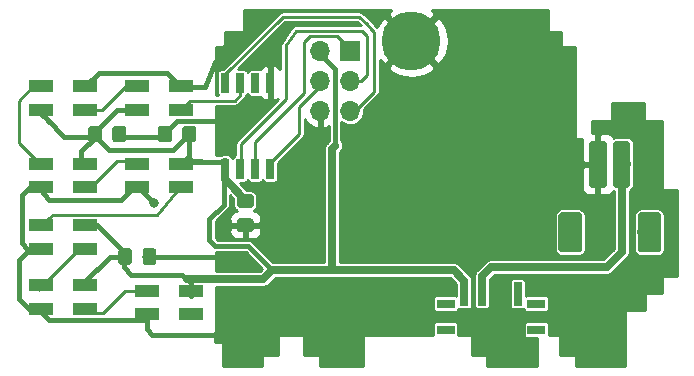
<source format=gbr>
G04 #@! TF.GenerationSoftware,KiCad,Pcbnew,(5.1.2)-1*
G04 #@! TF.CreationDate,2019-10-01T23:28:24-05:00*
G04 #@! TF.ProjectId,nyan,6e79616e-2e6b-4696-9361-645f70636258,rev?*
G04 #@! TF.SameCoordinates,Original*
G04 #@! TF.FileFunction,Copper,L2,Bot*
G04 #@! TF.FilePolarity,Positive*
%FSLAX46Y46*%
G04 Gerber Fmt 4.6, Leading zero omitted, Abs format (unit mm)*
G04 Created by KiCad (PCBNEW (5.1.2)-1) date 2019-10-01 23:28:24*
%MOMM*%
%LPD*%
G04 APERTURE LIST*
%ADD10C,0.100000*%
%ADD11C,1.150000*%
%ADD12R,2.000000X0.980000*%
%ADD13R,0.650000X1.700000*%
%ADD14R,1.700000X1.700000*%
%ADD15O,1.700000X1.700000*%
%ADD16C,5.000000*%
%ADD17R,0.700000X2.000000*%
%ADD18R,1.500000X0.800000*%
%ADD19C,2.000000*%
%ADD20C,1.500000*%
%ADD21C,0.800000*%
%ADD22C,0.700000*%
%ADD23C,0.381000*%
%ADD24C,0.250000*%
%ADD25C,0.254000*%
G04 APERTURE END LIST*
D10*
G36*
X129644505Y-75755204D02*
G01*
X129668773Y-75758804D01*
X129692572Y-75764765D01*
X129715671Y-75773030D01*
X129737850Y-75783520D01*
X129758893Y-75796132D01*
X129778599Y-75810747D01*
X129796777Y-75827223D01*
X129813253Y-75845401D01*
X129827868Y-75865107D01*
X129840480Y-75886150D01*
X129850970Y-75908329D01*
X129859235Y-75931428D01*
X129865196Y-75955227D01*
X129868796Y-75979495D01*
X129870000Y-76003999D01*
X129870000Y-76904001D01*
X129868796Y-76928505D01*
X129865196Y-76952773D01*
X129859235Y-76976572D01*
X129850970Y-76999671D01*
X129840480Y-77021850D01*
X129827868Y-77042893D01*
X129813253Y-77062599D01*
X129796777Y-77080777D01*
X129778599Y-77097253D01*
X129758893Y-77111868D01*
X129737850Y-77124480D01*
X129715671Y-77134970D01*
X129692572Y-77143235D01*
X129668773Y-77149196D01*
X129644505Y-77152796D01*
X129620001Y-77154000D01*
X128969999Y-77154000D01*
X128945495Y-77152796D01*
X128921227Y-77149196D01*
X128897428Y-77143235D01*
X128874329Y-77134970D01*
X128852150Y-77124480D01*
X128831107Y-77111868D01*
X128811401Y-77097253D01*
X128793223Y-77080777D01*
X128776747Y-77062599D01*
X128762132Y-77042893D01*
X128749520Y-77021850D01*
X128739030Y-76999671D01*
X128730765Y-76976572D01*
X128724804Y-76952773D01*
X128721204Y-76928505D01*
X128720000Y-76904001D01*
X128720000Y-76003999D01*
X128721204Y-75979495D01*
X128724804Y-75955227D01*
X128730765Y-75931428D01*
X128739030Y-75908329D01*
X128749520Y-75886150D01*
X128762132Y-75865107D01*
X128776747Y-75845401D01*
X128793223Y-75827223D01*
X128811401Y-75810747D01*
X128831107Y-75796132D01*
X128852150Y-75783520D01*
X128874329Y-75773030D01*
X128897428Y-75764765D01*
X128921227Y-75758804D01*
X128945495Y-75755204D01*
X128969999Y-75754000D01*
X129620001Y-75754000D01*
X129644505Y-75755204D01*
X129644505Y-75755204D01*
G37*
D11*
X129295000Y-76454000D03*
D10*
G36*
X127594505Y-75755204D02*
G01*
X127618773Y-75758804D01*
X127642572Y-75764765D01*
X127665671Y-75773030D01*
X127687850Y-75783520D01*
X127708893Y-75796132D01*
X127728599Y-75810747D01*
X127746777Y-75827223D01*
X127763253Y-75845401D01*
X127777868Y-75865107D01*
X127790480Y-75886150D01*
X127800970Y-75908329D01*
X127809235Y-75931428D01*
X127815196Y-75955227D01*
X127818796Y-75979495D01*
X127820000Y-76003999D01*
X127820000Y-76904001D01*
X127818796Y-76928505D01*
X127815196Y-76952773D01*
X127809235Y-76976572D01*
X127800970Y-76999671D01*
X127790480Y-77021850D01*
X127777868Y-77042893D01*
X127763253Y-77062599D01*
X127746777Y-77080777D01*
X127728599Y-77097253D01*
X127708893Y-77111868D01*
X127687850Y-77124480D01*
X127665671Y-77134970D01*
X127642572Y-77143235D01*
X127618773Y-77149196D01*
X127594505Y-77152796D01*
X127570001Y-77154000D01*
X126919999Y-77154000D01*
X126895495Y-77152796D01*
X126871227Y-77149196D01*
X126847428Y-77143235D01*
X126824329Y-77134970D01*
X126802150Y-77124480D01*
X126781107Y-77111868D01*
X126761401Y-77097253D01*
X126743223Y-77080777D01*
X126726747Y-77062599D01*
X126712132Y-77042893D01*
X126699520Y-77021850D01*
X126689030Y-76999671D01*
X126680765Y-76976572D01*
X126674804Y-76952773D01*
X126671204Y-76928505D01*
X126670000Y-76904001D01*
X126670000Y-76003999D01*
X126671204Y-75979495D01*
X126674804Y-75955227D01*
X126680765Y-75931428D01*
X126689030Y-75908329D01*
X126699520Y-75886150D01*
X126712132Y-75865107D01*
X126726747Y-75845401D01*
X126743223Y-75827223D01*
X126761401Y-75810747D01*
X126781107Y-75796132D01*
X126802150Y-75783520D01*
X126824329Y-75773030D01*
X126847428Y-75764765D01*
X126871227Y-75758804D01*
X126895495Y-75755204D01*
X126919999Y-75754000D01*
X127570001Y-75754000D01*
X127594505Y-75755204D01*
X127594505Y-75755204D01*
G37*
D11*
X127245000Y-76454000D03*
D12*
X120142000Y-70576000D03*
X120142000Y-68616000D03*
X123882000Y-70576000D03*
X123882000Y-68616000D03*
D13*
X135699500Y-69055000D03*
X136969500Y-69055000D03*
X138239500Y-69055000D03*
X139509500Y-69055000D03*
X139509500Y-61755000D03*
X138239500Y-61755000D03*
X136969500Y-61755000D03*
X135699500Y-61755000D03*
D12*
X120142000Y-75783000D03*
X120142000Y-73823000D03*
X123882000Y-75783000D03*
X123882000Y-73823000D03*
X120142000Y-80863000D03*
X120142000Y-78903000D03*
X123882000Y-80863000D03*
X123882000Y-78903000D03*
X128270000Y-70576000D03*
X128270000Y-68616000D03*
X132010000Y-70576000D03*
X132010000Y-68616000D03*
X129054300Y-81358300D03*
X129054300Y-79398300D03*
X132794300Y-81358300D03*
X132794300Y-79398300D03*
X123882000Y-62048000D03*
X123882000Y-64008000D03*
X120142000Y-62048000D03*
X120142000Y-64008000D03*
X132010000Y-62048000D03*
X132010000Y-64008000D03*
X128270000Y-62048000D03*
X128270000Y-64008000D03*
D10*
G36*
X127088105Y-65392004D02*
G01*
X127112373Y-65395604D01*
X127136172Y-65401565D01*
X127159271Y-65409830D01*
X127181450Y-65420320D01*
X127202493Y-65432932D01*
X127222199Y-65447547D01*
X127240377Y-65464023D01*
X127256853Y-65482201D01*
X127271468Y-65501907D01*
X127284080Y-65522950D01*
X127294570Y-65545129D01*
X127302835Y-65568228D01*
X127308796Y-65592027D01*
X127312396Y-65616295D01*
X127313600Y-65640799D01*
X127313600Y-66540801D01*
X127312396Y-66565305D01*
X127308796Y-66589573D01*
X127302835Y-66613372D01*
X127294570Y-66636471D01*
X127284080Y-66658650D01*
X127271468Y-66679693D01*
X127256853Y-66699399D01*
X127240377Y-66717577D01*
X127222199Y-66734053D01*
X127202493Y-66748668D01*
X127181450Y-66761280D01*
X127159271Y-66771770D01*
X127136172Y-66780035D01*
X127112373Y-66785996D01*
X127088105Y-66789596D01*
X127063601Y-66790800D01*
X126413599Y-66790800D01*
X126389095Y-66789596D01*
X126364827Y-66785996D01*
X126341028Y-66780035D01*
X126317929Y-66771770D01*
X126295750Y-66761280D01*
X126274707Y-66748668D01*
X126255001Y-66734053D01*
X126236823Y-66717577D01*
X126220347Y-66699399D01*
X126205732Y-66679693D01*
X126193120Y-66658650D01*
X126182630Y-66636471D01*
X126174365Y-66613372D01*
X126168404Y-66589573D01*
X126164804Y-66565305D01*
X126163600Y-66540801D01*
X126163600Y-65640799D01*
X126164804Y-65616295D01*
X126168404Y-65592027D01*
X126174365Y-65568228D01*
X126182630Y-65545129D01*
X126193120Y-65522950D01*
X126205732Y-65501907D01*
X126220347Y-65482201D01*
X126236823Y-65464023D01*
X126255001Y-65447547D01*
X126274707Y-65432932D01*
X126295750Y-65420320D01*
X126317929Y-65409830D01*
X126341028Y-65401565D01*
X126364827Y-65395604D01*
X126389095Y-65392004D01*
X126413599Y-65390800D01*
X127063601Y-65390800D01*
X127088105Y-65392004D01*
X127088105Y-65392004D01*
G37*
D11*
X126738600Y-66090800D03*
D10*
G36*
X125038105Y-65392004D02*
G01*
X125062373Y-65395604D01*
X125086172Y-65401565D01*
X125109271Y-65409830D01*
X125131450Y-65420320D01*
X125152493Y-65432932D01*
X125172199Y-65447547D01*
X125190377Y-65464023D01*
X125206853Y-65482201D01*
X125221468Y-65501907D01*
X125234080Y-65522950D01*
X125244570Y-65545129D01*
X125252835Y-65568228D01*
X125258796Y-65592027D01*
X125262396Y-65616295D01*
X125263600Y-65640799D01*
X125263600Y-66540801D01*
X125262396Y-66565305D01*
X125258796Y-66589573D01*
X125252835Y-66613372D01*
X125244570Y-66636471D01*
X125234080Y-66658650D01*
X125221468Y-66679693D01*
X125206853Y-66699399D01*
X125190377Y-66717577D01*
X125172199Y-66734053D01*
X125152493Y-66748668D01*
X125131450Y-66761280D01*
X125109271Y-66771770D01*
X125086172Y-66780035D01*
X125062373Y-66785996D01*
X125038105Y-66789596D01*
X125013601Y-66790800D01*
X124363599Y-66790800D01*
X124339095Y-66789596D01*
X124314827Y-66785996D01*
X124291028Y-66780035D01*
X124267929Y-66771770D01*
X124245750Y-66761280D01*
X124224707Y-66748668D01*
X124205001Y-66734053D01*
X124186823Y-66717577D01*
X124170347Y-66699399D01*
X124155732Y-66679693D01*
X124143120Y-66658650D01*
X124132630Y-66636471D01*
X124124365Y-66613372D01*
X124118404Y-66589573D01*
X124114804Y-66565305D01*
X124113600Y-66540801D01*
X124113600Y-65640799D01*
X124114804Y-65616295D01*
X124118404Y-65592027D01*
X124124365Y-65568228D01*
X124132630Y-65545129D01*
X124143120Y-65522950D01*
X124155732Y-65501907D01*
X124170347Y-65482201D01*
X124186823Y-65464023D01*
X124205001Y-65447547D01*
X124224707Y-65432932D01*
X124245750Y-65420320D01*
X124267929Y-65409830D01*
X124291028Y-65401565D01*
X124314827Y-65395604D01*
X124339095Y-65392004D01*
X124363599Y-65390800D01*
X125013601Y-65390800D01*
X125038105Y-65392004D01*
X125038105Y-65392004D01*
G37*
D11*
X124688600Y-66090800D03*
D10*
G36*
X130960005Y-65392004D02*
G01*
X130984273Y-65395604D01*
X131008072Y-65401565D01*
X131031171Y-65409830D01*
X131053350Y-65420320D01*
X131074393Y-65432932D01*
X131094099Y-65447547D01*
X131112277Y-65464023D01*
X131128753Y-65482201D01*
X131143368Y-65501907D01*
X131155980Y-65522950D01*
X131166470Y-65545129D01*
X131174735Y-65568228D01*
X131180696Y-65592027D01*
X131184296Y-65616295D01*
X131185500Y-65640799D01*
X131185500Y-66540801D01*
X131184296Y-66565305D01*
X131180696Y-66589573D01*
X131174735Y-66613372D01*
X131166470Y-66636471D01*
X131155980Y-66658650D01*
X131143368Y-66679693D01*
X131128753Y-66699399D01*
X131112277Y-66717577D01*
X131094099Y-66734053D01*
X131074393Y-66748668D01*
X131053350Y-66761280D01*
X131031171Y-66771770D01*
X131008072Y-66780035D01*
X130984273Y-66785996D01*
X130960005Y-66789596D01*
X130935501Y-66790800D01*
X130285499Y-66790800D01*
X130260995Y-66789596D01*
X130236727Y-66785996D01*
X130212928Y-66780035D01*
X130189829Y-66771770D01*
X130167650Y-66761280D01*
X130146607Y-66748668D01*
X130126901Y-66734053D01*
X130108723Y-66717577D01*
X130092247Y-66699399D01*
X130077632Y-66679693D01*
X130065020Y-66658650D01*
X130054530Y-66636471D01*
X130046265Y-66613372D01*
X130040304Y-66589573D01*
X130036704Y-66565305D01*
X130035500Y-66540801D01*
X130035500Y-65640799D01*
X130036704Y-65616295D01*
X130040304Y-65592027D01*
X130046265Y-65568228D01*
X130054530Y-65545129D01*
X130065020Y-65522950D01*
X130077632Y-65501907D01*
X130092247Y-65482201D01*
X130108723Y-65464023D01*
X130126901Y-65447547D01*
X130146607Y-65432932D01*
X130167650Y-65420320D01*
X130189829Y-65409830D01*
X130212928Y-65401565D01*
X130236727Y-65395604D01*
X130260995Y-65392004D01*
X130285499Y-65390800D01*
X130935501Y-65390800D01*
X130960005Y-65392004D01*
X130960005Y-65392004D01*
G37*
D11*
X130610500Y-66090800D03*
D10*
G36*
X133010005Y-65392004D02*
G01*
X133034273Y-65395604D01*
X133058072Y-65401565D01*
X133081171Y-65409830D01*
X133103350Y-65420320D01*
X133124393Y-65432932D01*
X133144099Y-65447547D01*
X133162277Y-65464023D01*
X133178753Y-65482201D01*
X133193368Y-65501907D01*
X133205980Y-65522950D01*
X133216470Y-65545129D01*
X133224735Y-65568228D01*
X133230696Y-65592027D01*
X133234296Y-65616295D01*
X133235500Y-65640799D01*
X133235500Y-66540801D01*
X133234296Y-66565305D01*
X133230696Y-66589573D01*
X133224735Y-66613372D01*
X133216470Y-66636471D01*
X133205980Y-66658650D01*
X133193368Y-66679693D01*
X133178753Y-66699399D01*
X133162277Y-66717577D01*
X133144099Y-66734053D01*
X133124393Y-66748668D01*
X133103350Y-66761280D01*
X133081171Y-66771770D01*
X133058072Y-66780035D01*
X133034273Y-66785996D01*
X133010005Y-66789596D01*
X132985501Y-66790800D01*
X132335499Y-66790800D01*
X132310995Y-66789596D01*
X132286727Y-66785996D01*
X132262928Y-66780035D01*
X132239829Y-66771770D01*
X132217650Y-66761280D01*
X132196607Y-66748668D01*
X132176901Y-66734053D01*
X132158723Y-66717577D01*
X132142247Y-66699399D01*
X132127632Y-66679693D01*
X132115020Y-66658650D01*
X132104530Y-66636471D01*
X132096265Y-66613372D01*
X132090304Y-66589573D01*
X132086704Y-66565305D01*
X132085500Y-66540801D01*
X132085500Y-65640799D01*
X132086704Y-65616295D01*
X132090304Y-65592027D01*
X132096265Y-65568228D01*
X132104530Y-65545129D01*
X132115020Y-65522950D01*
X132127632Y-65501907D01*
X132142247Y-65482201D01*
X132158723Y-65464023D01*
X132176901Y-65447547D01*
X132196607Y-65432932D01*
X132217650Y-65420320D01*
X132239829Y-65409830D01*
X132262928Y-65401565D01*
X132286727Y-65395604D01*
X132310995Y-65392004D01*
X132335499Y-65390800D01*
X132985501Y-65390800D01*
X133010005Y-65392004D01*
X133010005Y-65392004D01*
G37*
D11*
X132660500Y-66090800D03*
D10*
G36*
X137888505Y-73222204D02*
G01*
X137912773Y-73225804D01*
X137936572Y-73231765D01*
X137959671Y-73240030D01*
X137981850Y-73250520D01*
X138002893Y-73263132D01*
X138022599Y-73277747D01*
X138040777Y-73294223D01*
X138057253Y-73312401D01*
X138071868Y-73332107D01*
X138084480Y-73353150D01*
X138094970Y-73375329D01*
X138103235Y-73398428D01*
X138109196Y-73422227D01*
X138112796Y-73446495D01*
X138114000Y-73470999D01*
X138114000Y-74121001D01*
X138112796Y-74145505D01*
X138109196Y-74169773D01*
X138103235Y-74193572D01*
X138094970Y-74216671D01*
X138084480Y-74238850D01*
X138071868Y-74259893D01*
X138057253Y-74279599D01*
X138040777Y-74297777D01*
X138022599Y-74314253D01*
X138002893Y-74328868D01*
X137981850Y-74341480D01*
X137959671Y-74351970D01*
X137936572Y-74360235D01*
X137912773Y-74366196D01*
X137888505Y-74369796D01*
X137864001Y-74371000D01*
X136963999Y-74371000D01*
X136939495Y-74369796D01*
X136915227Y-74366196D01*
X136891428Y-74360235D01*
X136868329Y-74351970D01*
X136846150Y-74341480D01*
X136825107Y-74328868D01*
X136805401Y-74314253D01*
X136787223Y-74297777D01*
X136770747Y-74279599D01*
X136756132Y-74259893D01*
X136743520Y-74238850D01*
X136733030Y-74216671D01*
X136724765Y-74193572D01*
X136718804Y-74169773D01*
X136715204Y-74145505D01*
X136714000Y-74121001D01*
X136714000Y-73470999D01*
X136715204Y-73446495D01*
X136718804Y-73422227D01*
X136724765Y-73398428D01*
X136733030Y-73375329D01*
X136743520Y-73353150D01*
X136756132Y-73332107D01*
X136770747Y-73312401D01*
X136787223Y-73294223D01*
X136805401Y-73277747D01*
X136825107Y-73263132D01*
X136846150Y-73250520D01*
X136868329Y-73240030D01*
X136891428Y-73231765D01*
X136915227Y-73225804D01*
X136939495Y-73222204D01*
X136963999Y-73221000D01*
X137864001Y-73221000D01*
X137888505Y-73222204D01*
X137888505Y-73222204D01*
G37*
D11*
X137414000Y-73796000D03*
D10*
G36*
X137888505Y-71172204D02*
G01*
X137912773Y-71175804D01*
X137936572Y-71181765D01*
X137959671Y-71190030D01*
X137981850Y-71200520D01*
X138002893Y-71213132D01*
X138022599Y-71227747D01*
X138040777Y-71244223D01*
X138057253Y-71262401D01*
X138071868Y-71282107D01*
X138084480Y-71303150D01*
X138094970Y-71325329D01*
X138103235Y-71348428D01*
X138109196Y-71372227D01*
X138112796Y-71396495D01*
X138114000Y-71420999D01*
X138114000Y-72071001D01*
X138112796Y-72095505D01*
X138109196Y-72119773D01*
X138103235Y-72143572D01*
X138094970Y-72166671D01*
X138084480Y-72188850D01*
X138071868Y-72209893D01*
X138057253Y-72229599D01*
X138040777Y-72247777D01*
X138022599Y-72264253D01*
X138002893Y-72278868D01*
X137981850Y-72291480D01*
X137959671Y-72301970D01*
X137936572Y-72310235D01*
X137912773Y-72316196D01*
X137888505Y-72319796D01*
X137864001Y-72321000D01*
X136963999Y-72321000D01*
X136939495Y-72319796D01*
X136915227Y-72316196D01*
X136891428Y-72310235D01*
X136868329Y-72301970D01*
X136846150Y-72291480D01*
X136825107Y-72278868D01*
X136805401Y-72264253D01*
X136787223Y-72247777D01*
X136770747Y-72229599D01*
X136756132Y-72209893D01*
X136743520Y-72188850D01*
X136733030Y-72166671D01*
X136724765Y-72143572D01*
X136718804Y-72119773D01*
X136715204Y-72095505D01*
X136714000Y-72071001D01*
X136714000Y-71420999D01*
X136715204Y-71396495D01*
X136718804Y-71372227D01*
X136724765Y-71348428D01*
X136733030Y-71325329D01*
X136743520Y-71303150D01*
X136756132Y-71282107D01*
X136770747Y-71262401D01*
X136787223Y-71244223D01*
X136805401Y-71227747D01*
X136825107Y-71213132D01*
X136846150Y-71200520D01*
X136868329Y-71190030D01*
X136891428Y-71181765D01*
X136915227Y-71175804D01*
X136939495Y-71172204D01*
X136963999Y-71171000D01*
X137864001Y-71171000D01*
X137888505Y-71172204D01*
X137888505Y-71172204D01*
G37*
D11*
X137414000Y-71746000D03*
D14*
X146304000Y-59055000D03*
D15*
X143764000Y-59055000D03*
X146304000Y-61595000D03*
X143764000Y-61595000D03*
X146304000Y-64135000D03*
X143764000Y-64135000D03*
D16*
X151485600Y-58191400D03*
D17*
X160466600Y-79599200D03*
X157466600Y-79599200D03*
X155966600Y-79599200D03*
D18*
X162066600Y-82659200D03*
X154366600Y-82659200D03*
X154366600Y-80449200D03*
X162066600Y-80449200D03*
D10*
G36*
X165623738Y-72702608D02*
G01*
X165656160Y-72707418D01*
X165687955Y-72715382D01*
X165718816Y-72726424D01*
X165748447Y-72740438D01*
X165776560Y-72757289D01*
X165802887Y-72776815D01*
X165827174Y-72798826D01*
X165849185Y-72823113D01*
X165868711Y-72849440D01*
X165885562Y-72877553D01*
X165899576Y-72907184D01*
X165910618Y-72938045D01*
X165918582Y-72969840D01*
X165923392Y-73002262D01*
X165925000Y-73035000D01*
X165925000Y-75767000D01*
X165923392Y-75799738D01*
X165918582Y-75832160D01*
X165910618Y-75863955D01*
X165899576Y-75894816D01*
X165885562Y-75924447D01*
X165868711Y-75952560D01*
X165849185Y-75978887D01*
X165827174Y-76003174D01*
X165802887Y-76025185D01*
X165776560Y-76044711D01*
X165748447Y-76061562D01*
X165718816Y-76075576D01*
X165687955Y-76086618D01*
X165656160Y-76094582D01*
X165623738Y-76099392D01*
X165591000Y-76101000D01*
X164259000Y-76101000D01*
X164226262Y-76099392D01*
X164193840Y-76094582D01*
X164162045Y-76086618D01*
X164131184Y-76075576D01*
X164101553Y-76061562D01*
X164073440Y-76044711D01*
X164047113Y-76025185D01*
X164022826Y-76003174D01*
X164000815Y-75978887D01*
X163981289Y-75952560D01*
X163964438Y-75924447D01*
X163950424Y-75894816D01*
X163939382Y-75863955D01*
X163931418Y-75832160D01*
X163926608Y-75799738D01*
X163925000Y-75767000D01*
X163925000Y-73035000D01*
X163926608Y-73002262D01*
X163931418Y-72969840D01*
X163939382Y-72938045D01*
X163950424Y-72907184D01*
X163964438Y-72877553D01*
X163981289Y-72849440D01*
X164000815Y-72823113D01*
X164022826Y-72798826D01*
X164047113Y-72776815D01*
X164073440Y-72757289D01*
X164101553Y-72740438D01*
X164131184Y-72726424D01*
X164162045Y-72715382D01*
X164193840Y-72707418D01*
X164226262Y-72702608D01*
X164259000Y-72701000D01*
X165591000Y-72701000D01*
X165623738Y-72702608D01*
X165623738Y-72702608D01*
G37*
D19*
X164925000Y-74401000D03*
D10*
G36*
X172323738Y-72702608D02*
G01*
X172356160Y-72707418D01*
X172387955Y-72715382D01*
X172418816Y-72726424D01*
X172448447Y-72740438D01*
X172476560Y-72757289D01*
X172502887Y-72776815D01*
X172527174Y-72798826D01*
X172549185Y-72823113D01*
X172568711Y-72849440D01*
X172585562Y-72877553D01*
X172599576Y-72907184D01*
X172610618Y-72938045D01*
X172618582Y-72969840D01*
X172623392Y-73002262D01*
X172625000Y-73035000D01*
X172625000Y-75767000D01*
X172623392Y-75799738D01*
X172618582Y-75832160D01*
X172610618Y-75863955D01*
X172599576Y-75894816D01*
X172585562Y-75924447D01*
X172568711Y-75952560D01*
X172549185Y-75978887D01*
X172527174Y-76003174D01*
X172502887Y-76025185D01*
X172476560Y-76044711D01*
X172448447Y-76061562D01*
X172418816Y-76075576D01*
X172387955Y-76086618D01*
X172356160Y-76094582D01*
X172323738Y-76099392D01*
X172291000Y-76101000D01*
X170959000Y-76101000D01*
X170926262Y-76099392D01*
X170893840Y-76094582D01*
X170862045Y-76086618D01*
X170831184Y-76075576D01*
X170801553Y-76061562D01*
X170773440Y-76044711D01*
X170747113Y-76025185D01*
X170722826Y-76003174D01*
X170700815Y-75978887D01*
X170681289Y-75952560D01*
X170664438Y-75924447D01*
X170650424Y-75894816D01*
X170639382Y-75863955D01*
X170631418Y-75832160D01*
X170626608Y-75799738D01*
X170625000Y-75767000D01*
X170625000Y-73035000D01*
X170626608Y-73002262D01*
X170631418Y-72969840D01*
X170639382Y-72938045D01*
X170650424Y-72907184D01*
X170664438Y-72877553D01*
X170681289Y-72849440D01*
X170700815Y-72823113D01*
X170722826Y-72798826D01*
X170747113Y-72776815D01*
X170773440Y-72757289D01*
X170801553Y-72740438D01*
X170831184Y-72726424D01*
X170862045Y-72715382D01*
X170893840Y-72707418D01*
X170926262Y-72702608D01*
X170959000Y-72701000D01*
X172291000Y-72701000D01*
X172323738Y-72702608D01*
X172323738Y-72702608D01*
G37*
D19*
X171625000Y-74401000D03*
D10*
G36*
X167686756Y-66652806D02*
G01*
X167723159Y-66658206D01*
X167758857Y-66667147D01*
X167793506Y-66679545D01*
X167826774Y-66695280D01*
X167858339Y-66714199D01*
X167887897Y-66736121D01*
X167915165Y-66760835D01*
X167939879Y-66788103D01*
X167961801Y-66817661D01*
X167980720Y-66849226D01*
X167996455Y-66882494D01*
X168008853Y-66917143D01*
X168017794Y-66952841D01*
X168023194Y-66989244D01*
X168025000Y-67026000D01*
X168025000Y-70276000D01*
X168023194Y-70312756D01*
X168017794Y-70349159D01*
X168008853Y-70384857D01*
X167996455Y-70419506D01*
X167980720Y-70452774D01*
X167961801Y-70484339D01*
X167939879Y-70513897D01*
X167915165Y-70541165D01*
X167887897Y-70565879D01*
X167858339Y-70587801D01*
X167826774Y-70606720D01*
X167793506Y-70622455D01*
X167758857Y-70634853D01*
X167723159Y-70643794D01*
X167686756Y-70649194D01*
X167650000Y-70651000D01*
X166900000Y-70651000D01*
X166863244Y-70649194D01*
X166826841Y-70643794D01*
X166791143Y-70634853D01*
X166756494Y-70622455D01*
X166723226Y-70606720D01*
X166691661Y-70587801D01*
X166662103Y-70565879D01*
X166634835Y-70541165D01*
X166610121Y-70513897D01*
X166588199Y-70484339D01*
X166569280Y-70452774D01*
X166553545Y-70419506D01*
X166541147Y-70384857D01*
X166532206Y-70349159D01*
X166526806Y-70312756D01*
X166525000Y-70276000D01*
X166525000Y-67026000D01*
X166526806Y-66989244D01*
X166532206Y-66952841D01*
X166541147Y-66917143D01*
X166553545Y-66882494D01*
X166569280Y-66849226D01*
X166588199Y-66817661D01*
X166610121Y-66788103D01*
X166634835Y-66760835D01*
X166662103Y-66736121D01*
X166691661Y-66714199D01*
X166723226Y-66695280D01*
X166756494Y-66679545D01*
X166791143Y-66667147D01*
X166826841Y-66658206D01*
X166863244Y-66652806D01*
X166900000Y-66651000D01*
X167650000Y-66651000D01*
X167686756Y-66652806D01*
X167686756Y-66652806D01*
G37*
D20*
X167275000Y-68651000D03*
D10*
G36*
X169686756Y-66652806D02*
G01*
X169723159Y-66658206D01*
X169758857Y-66667147D01*
X169793506Y-66679545D01*
X169826774Y-66695280D01*
X169858339Y-66714199D01*
X169887897Y-66736121D01*
X169915165Y-66760835D01*
X169939879Y-66788103D01*
X169961801Y-66817661D01*
X169980720Y-66849226D01*
X169996455Y-66882494D01*
X170008853Y-66917143D01*
X170017794Y-66952841D01*
X170023194Y-66989244D01*
X170025000Y-67026000D01*
X170025000Y-70276000D01*
X170023194Y-70312756D01*
X170017794Y-70349159D01*
X170008853Y-70384857D01*
X169996455Y-70419506D01*
X169980720Y-70452774D01*
X169961801Y-70484339D01*
X169939879Y-70513897D01*
X169915165Y-70541165D01*
X169887897Y-70565879D01*
X169858339Y-70587801D01*
X169826774Y-70606720D01*
X169793506Y-70622455D01*
X169758857Y-70634853D01*
X169723159Y-70643794D01*
X169686756Y-70649194D01*
X169650000Y-70651000D01*
X168900000Y-70651000D01*
X168863244Y-70649194D01*
X168826841Y-70643794D01*
X168791143Y-70634853D01*
X168756494Y-70622455D01*
X168723226Y-70606720D01*
X168691661Y-70587801D01*
X168662103Y-70565879D01*
X168634835Y-70541165D01*
X168610121Y-70513897D01*
X168588199Y-70484339D01*
X168569280Y-70452774D01*
X168553545Y-70419506D01*
X168541147Y-70384857D01*
X168532206Y-70349159D01*
X168526806Y-70312756D01*
X168525000Y-70276000D01*
X168525000Y-67026000D01*
X168526806Y-66989244D01*
X168532206Y-66952841D01*
X168541147Y-66917143D01*
X168553545Y-66882494D01*
X168569280Y-66849226D01*
X168588199Y-66817661D01*
X168610121Y-66788103D01*
X168634835Y-66760835D01*
X168662103Y-66736121D01*
X168691661Y-66714199D01*
X168723226Y-66695280D01*
X168756494Y-66679545D01*
X168791143Y-66667147D01*
X168826841Y-66658206D01*
X168863244Y-66652806D01*
X168900000Y-66651000D01*
X169650000Y-66651000D01*
X169686756Y-66652806D01*
X169686756Y-66652806D01*
G37*
D20*
X169275000Y-68651000D03*
D21*
X135382000Y-73787000D03*
X129667000Y-71882000D03*
X135382000Y-66294000D03*
X135382000Y-76454000D03*
X135509000Y-64135000D03*
X135509000Y-59944000D03*
D22*
X166838000Y-69088000D02*
X167275000Y-68651000D01*
D23*
X120050000Y-80863000D02*
X120050000Y-81061000D01*
X120050000Y-81061000D02*
X120777000Y-81788000D01*
X129031000Y-81788000D02*
X129067000Y-81752000D01*
X120777000Y-81788000D02*
X129031000Y-81788000D01*
X120050000Y-75783000D02*
X119162000Y-75783000D01*
X119162000Y-75783000D02*
X118237000Y-76708000D01*
X118237000Y-76708000D02*
X118237000Y-80010000D01*
X119090000Y-80863000D02*
X120050000Y-80863000D01*
X118237000Y-80010000D02*
X119090000Y-80863000D01*
X119796000Y-70322000D02*
X119416000Y-70322000D01*
X119416000Y-70322000D02*
X118491000Y-71247000D01*
X118491000Y-71247000D02*
X118491000Y-75311000D01*
X118963000Y-75783000D02*
X120050000Y-75783000D01*
X118491000Y-75311000D02*
X118963000Y-75783000D01*
X129067000Y-81752000D02*
X129067000Y-82585000D01*
X129067000Y-82585000D02*
X129540000Y-83058000D01*
X129540000Y-83058000D02*
X134747000Y-83058000D01*
X134747000Y-83058000D02*
X135890000Y-81915000D01*
D22*
X123882000Y-62048000D02*
X123882000Y-61919000D01*
X169275000Y-68651000D02*
X169275000Y-76089000D01*
X169275000Y-76089000D02*
X168021000Y-77343000D01*
X168021000Y-77343000D02*
X158242000Y-77343000D01*
X157466600Y-78118400D02*
X157466600Y-79799200D01*
X158242000Y-77343000D02*
X157466600Y-78118400D01*
X128270000Y-64063000D02*
X128579000Y-64063000D01*
X120142000Y-64008000D02*
X120396000Y-64008000D01*
X128270000Y-64063000D02*
X128088000Y-64063000D01*
X123790000Y-78903000D02*
X124044000Y-78903000D01*
X123790000Y-73823000D02*
X123353000Y-73823000D01*
D23*
X124143500Y-78549500D02*
X123790000Y-78903000D01*
X123790000Y-73823000D02*
X124178500Y-73823000D01*
X126818500Y-66294000D02*
X126818500Y-65858500D01*
X129168000Y-76454000D02*
X135001000Y-76454000D01*
X130547000Y-66294000D02*
X130674000Y-66167000D01*
X126818500Y-66294000D02*
X130547000Y-66294000D01*
X130674000Y-65922000D02*
X131635500Y-64960500D01*
X130674000Y-66167000D02*
X130674000Y-65922000D01*
X131635500Y-64960500D02*
X133159500Y-64960500D01*
X128778000Y-70993000D02*
X129667000Y-71882000D01*
X128143000Y-70358000D02*
X128778000Y-70993000D01*
X126873000Y-71628000D02*
X128143000Y-70358000D01*
X120777000Y-71628000D02*
X126873000Y-71628000D01*
X119796000Y-70322000D02*
X119796000Y-70393000D01*
X119796000Y-70393000D02*
X120777000Y-71628000D01*
X133159500Y-64960500D02*
X135191500Y-64960500D01*
X123882000Y-62046000D02*
X123882000Y-62048000D01*
X134874000Y-59944000D02*
X133985000Y-62103000D01*
X135509000Y-59944000D02*
X134874000Y-59944000D01*
X133985000Y-62103000D02*
X132010000Y-62103000D01*
X132010000Y-62103000D02*
X130803500Y-60896500D01*
X130803500Y-60896500D02*
X125031500Y-60896500D01*
X125031500Y-60896500D02*
X123882000Y-62046000D01*
D22*
X123790000Y-73823000D02*
X124487000Y-73823000D01*
D23*
X120142000Y-64008000D02*
X120142000Y-64389000D01*
X120142000Y-64389000D02*
X120586500Y-64833500D01*
X120777000Y-65024000D02*
X120586500Y-64833500D01*
X122047000Y-66294000D02*
X120586500Y-64833500D01*
X124768500Y-66294000D02*
X122047000Y-66294000D01*
X132807000Y-79792000D02*
X132807000Y-79340000D01*
X123536000Y-67526500D02*
X124768500Y-66294000D01*
X123536000Y-68362000D02*
X123536000Y-67526500D01*
X127118000Y-76454000D02*
X127118000Y-77334000D01*
X127118000Y-77334000D02*
X127762000Y-77978000D01*
X127762000Y-77978000D02*
X132080000Y-77978000D01*
X132807000Y-78705000D02*
X132807000Y-79792000D01*
X123790000Y-73823000D02*
X124877000Y-73823000D01*
X127118000Y-76064000D02*
X127118000Y-76454000D01*
X124877000Y-73823000D02*
X127118000Y-76064000D01*
X123790000Y-78903000D02*
X123790000Y-78648000D01*
X125984000Y-76454000D02*
X127118000Y-76454000D01*
X123790000Y-78648000D02*
X125984000Y-76454000D01*
X126564000Y-64063000D02*
X128270000Y-64063000D01*
X124768500Y-65858500D02*
X126564000Y-64063000D01*
X128270000Y-64063000D02*
X128570000Y-64063000D01*
X128270000Y-64063000D02*
X128270000Y-64262000D01*
D22*
X135699500Y-68420000D02*
X135699500Y-69659500D01*
D23*
X132461000Y-78359000D02*
X132807000Y-78705000D01*
X132080000Y-77978000D02*
X132461000Y-78359000D01*
D22*
X135699500Y-69659500D02*
X135699500Y-69913500D01*
D24*
X144018000Y-59055000D02*
X144018000Y-59182000D01*
D22*
X144018000Y-59055000D02*
X144018000Y-59309000D01*
D23*
X144018000Y-59055000D02*
X144145000Y-59055000D01*
X131883000Y-68398000D02*
X133041000Y-68398000D01*
X133532000Y-68398000D02*
X133676000Y-68398000D01*
X133041000Y-68398000D02*
X133532000Y-68398000D01*
X133063000Y-68420000D02*
X133041000Y-68398000D01*
X135699500Y-68420000D02*
X133063000Y-68420000D01*
D22*
X155966600Y-78496600D02*
X155966600Y-79799200D01*
X155067000Y-77597000D02*
X155966600Y-78496600D01*
X138938000Y-78359000D02*
X139700000Y-77597000D01*
X144780000Y-77597000D02*
X144780000Y-67310000D01*
X144780000Y-77597000D02*
X155067000Y-77597000D01*
X132461000Y-78359000D02*
X136652000Y-78359000D01*
D23*
X132660500Y-67965500D02*
X132010000Y-68616000D01*
X132660500Y-66090800D02*
X132660500Y-67965500D01*
X131314300Y-67437000D02*
X132660500Y-66090800D01*
X124768500Y-66294000D02*
X125911500Y-67437000D01*
X125911500Y-67437000D02*
X131314300Y-67437000D01*
D22*
X137414000Y-71746000D02*
X137414000Y-71628000D01*
X136652000Y-78359000D02*
X138938000Y-78359000D01*
X139700000Y-77597000D02*
X144780000Y-77597000D01*
D23*
X137414000Y-71746000D02*
X137042000Y-71746000D01*
D22*
X135953500Y-70167500D02*
X135699500Y-69913500D01*
X137414000Y-71628000D02*
X135953500Y-70167500D01*
D23*
X135953500Y-70167500D02*
X135572500Y-70167500D01*
X135572500Y-70167500D02*
X135572500Y-72072500D01*
X135572500Y-72072500D02*
X134366000Y-73279000D01*
X134366000Y-73279000D02*
X134366000Y-75057000D01*
X134366000Y-75057000D02*
X134874000Y-75565000D01*
X137668000Y-75565000D02*
X139700000Y-77597000D01*
X134874000Y-75565000D02*
X137668000Y-75565000D01*
X143764000Y-59055000D02*
X143764000Y-59309000D01*
X143764000Y-59309000D02*
X145034000Y-60579000D01*
X145034000Y-60579000D02*
X145034000Y-67056000D01*
D22*
X144780000Y-67310000D02*
X145034000Y-67056000D01*
D24*
X128270000Y-62103000D02*
X127381000Y-62103000D01*
X123882000Y-64008000D02*
X124206000Y-64008000D01*
X127190500Y-62103000D02*
X128270000Y-62103000D01*
X125285500Y-64008000D02*
X127190500Y-62103000D01*
X123882000Y-64008000D02*
X125285500Y-64008000D01*
X132010000Y-64063000D02*
X132533000Y-64063000D01*
X132406000Y-64063000D02*
X132010000Y-64063000D01*
X136969500Y-62166500D02*
X136779000Y-62357000D01*
X136969500Y-61120000D02*
X136969500Y-62166500D01*
X136969500Y-61755000D02*
X136969500Y-62801500D01*
X136969500Y-62801500D02*
X136525000Y-63246000D01*
X132772000Y-63246000D02*
X132010000Y-64008000D01*
X136525000Y-63246000D02*
X132772000Y-63246000D01*
X120142000Y-62048000D02*
X119435000Y-62048000D01*
X119435000Y-62048000D02*
X118237000Y-63246000D01*
X118237000Y-66803000D02*
X119796000Y-68362000D01*
X118237000Y-63246000D02*
X118237000Y-66803000D01*
X123536000Y-70322000D02*
X124623000Y-70322000D01*
X126547000Y-68398000D02*
X128143000Y-68398000D01*
X124623000Y-70322000D02*
X126547000Y-68398000D01*
X142869490Y-57790510D02*
X142367000Y-58293000D01*
X145166510Y-57790510D02*
X142869490Y-57790510D01*
X146431000Y-59055000D02*
X145166510Y-57790510D01*
X146558000Y-59055000D02*
X146431000Y-59055000D01*
X142367000Y-62611000D02*
X142367000Y-62230000D01*
X138239500Y-66738500D02*
X142367000Y-62611000D01*
X138239500Y-69055000D02*
X138239500Y-66738500D01*
X142367000Y-58293000D02*
X142367000Y-62230000D01*
X142367000Y-62230000D02*
X142367000Y-62484000D01*
X137033000Y-66929000D02*
X137033000Y-68707000D01*
X140843000Y-63119000D02*
X137033000Y-66929000D01*
X140843000Y-58547000D02*
X140843000Y-63119000D01*
X146304000Y-61595000D02*
X147193000Y-61595000D01*
X147193000Y-61595000D02*
X147701000Y-61087000D01*
X147701000Y-61087000D02*
X147701000Y-57785000D01*
X147701000Y-57785000D02*
X147256500Y-57340500D01*
X147256500Y-57340500D02*
X141668500Y-57340500D01*
X141668500Y-57340500D02*
X140843000Y-58547000D01*
X143510000Y-62230000D02*
X143510000Y-61595000D01*
X141986000Y-63754000D02*
X143510000Y-62230000D01*
X141986000Y-66074000D02*
X141986000Y-63754000D01*
X139509500Y-69055000D02*
X139509500Y-68550500D01*
X139509500Y-68550500D02*
X141986000Y-66074000D01*
X147637500Y-56705500D02*
X147701000Y-56769000D01*
X135699500Y-61023500D02*
X135699500Y-61755000D01*
X140589000Y-56134000D02*
X135699500Y-61023500D01*
X147701000Y-56769000D02*
X147066000Y-56134000D01*
X147066000Y-56134000D02*
X140589000Y-56134000D01*
X148082000Y-57150000D02*
X147701000Y-56769000D01*
X148336000Y-57404000D02*
X148082000Y-57150000D01*
X148336000Y-62484000D02*
X148336000Y-57404000D01*
X146304000Y-64135000D02*
X146685000Y-64135000D01*
X146685000Y-64135000D02*
X148336000Y-62484000D01*
X121158000Y-72898000D02*
X120050000Y-73823000D01*
X129921000Y-72898000D02*
X121158000Y-72898000D01*
X131883000Y-70358000D02*
X131883000Y-70555000D01*
X131883000Y-70555000D02*
X129921000Y-72898000D01*
X123790000Y-75783000D02*
X123353000Y-75783000D01*
X119923000Y-79213000D02*
X119923000Y-79284000D01*
X123353000Y-75783000D02*
X119923000Y-79213000D01*
X123663000Y-81244000D02*
X125385000Y-81244000D01*
X127254000Y-79375000D02*
X129032000Y-79375000D01*
X125385000Y-81244000D02*
X127254000Y-79375000D01*
D25*
G36*
X149462057Y-55988252D02*
G01*
X151485600Y-58011795D01*
X153509143Y-55988252D01*
X153247749Y-55592645D01*
X163033596Y-55592645D01*
X163033595Y-57250251D01*
X163032739Y-57258943D01*
X163036156Y-57293641D01*
X163046277Y-57327006D01*
X163062713Y-57357754D01*
X163084832Y-57384706D01*
X163108341Y-57403999D01*
X163111784Y-57406825D01*
X163142532Y-57423261D01*
X163175897Y-57433382D01*
X163210595Y-57436799D01*
X163219287Y-57435943D01*
X164133270Y-57435943D01*
X164133269Y-58514258D01*
X164132413Y-58522950D01*
X164135830Y-58557648D01*
X164145951Y-58591013D01*
X164162387Y-58621761D01*
X164184506Y-58648713D01*
X164211226Y-58670642D01*
X164211458Y-58670832D01*
X164242206Y-58687268D01*
X164275571Y-58697389D01*
X164310269Y-58700806D01*
X164318961Y-58699950D01*
X165344103Y-58699950D01*
X165344102Y-62726749D01*
X165344103Y-62726759D01*
X165344102Y-66350261D01*
X165343247Y-66359245D01*
X165344983Y-66376298D01*
X165346663Y-66393358D01*
X165346748Y-66393639D01*
X165346778Y-66393931D01*
X165351792Y-66410266D01*
X165356784Y-66426723D01*
X165356923Y-66426983D01*
X165357009Y-66427263D01*
X165365114Y-66442307D01*
X165373220Y-66457471D01*
X165373407Y-66457699D01*
X165373546Y-66457957D01*
X165384484Y-66471196D01*
X165395339Y-66484423D01*
X165395565Y-66484609D01*
X165395753Y-66484836D01*
X165408953Y-66495596D01*
X165422291Y-66506543D01*
X165422555Y-66506684D01*
X165422778Y-66506866D01*
X165437645Y-66514750D01*
X165453039Y-66522979D01*
X165453325Y-66523066D01*
X165453580Y-66523201D01*
X165469826Y-66528071D01*
X165486404Y-66533100D01*
X165486697Y-66533129D01*
X165486978Y-66533213D01*
X165503900Y-66534823D01*
X165521102Y-66536517D01*
X165530090Y-66535632D01*
X165898410Y-66534422D01*
X165886928Y-66651000D01*
X165890000Y-68365250D01*
X166048750Y-68524000D01*
X167148000Y-68524000D01*
X167148000Y-66174750D01*
X166989250Y-66016000D01*
X166794162Y-66014709D01*
X166794162Y-64953864D01*
X168309660Y-64953864D01*
X168318352Y-64954720D01*
X168327044Y-64953864D01*
X168353050Y-64951303D01*
X168386415Y-64941182D01*
X168417163Y-64924746D01*
X168444115Y-64902627D01*
X168466234Y-64875675D01*
X168482670Y-64844927D01*
X168492791Y-64811562D01*
X168496208Y-64776864D01*
X168495352Y-64768172D01*
X168495352Y-63426308D01*
X171150983Y-63426308D01*
X171150982Y-64768172D01*
X171150126Y-64776864D01*
X171153543Y-64811562D01*
X171163664Y-64844927D01*
X171180100Y-64875675D01*
X171202219Y-64902627D01*
X171229171Y-64924746D01*
X171259919Y-64941182D01*
X171293284Y-64951303D01*
X171327982Y-64954720D01*
X171336674Y-64953864D01*
X172695593Y-64953864D01*
X172695592Y-70664411D01*
X172694736Y-70673103D01*
X172698153Y-70707801D01*
X172708274Y-70741166D01*
X172724710Y-70771914D01*
X172746829Y-70798866D01*
X172773781Y-70820985D01*
X172804529Y-70837421D01*
X172837894Y-70847542D01*
X172872592Y-70850959D01*
X172881284Y-70850103D01*
X173930143Y-70850103D01*
X173930142Y-78132827D01*
X172881284Y-78132827D01*
X172872592Y-78131971D01*
X172863900Y-78132827D01*
X172837894Y-78135388D01*
X172804529Y-78145509D01*
X172773781Y-78161945D01*
X172746829Y-78184064D01*
X172724710Y-78211016D01*
X172708274Y-78241764D01*
X172698153Y-78275129D01*
X172694736Y-78309827D01*
X172695593Y-78318529D01*
X172695592Y-79521374D01*
X171402834Y-79521374D01*
X171394142Y-79520518D01*
X171385450Y-79521374D01*
X171359444Y-79523935D01*
X171326079Y-79534056D01*
X171295331Y-79550492D01*
X171268379Y-79572611D01*
X171246260Y-79599563D01*
X171229824Y-79630311D01*
X171219703Y-79663676D01*
X171216286Y-79698374D01*
X171217143Y-79707076D01*
X171217142Y-80951261D01*
X169783814Y-80951261D01*
X169775122Y-80950405D01*
X169766430Y-80951261D01*
X169740424Y-80953822D01*
X169707059Y-80963943D01*
X169676311Y-80980379D01*
X169649359Y-81002498D01*
X169627240Y-81029450D01*
X169610804Y-81060198D01*
X169600683Y-81093563D01*
X169597266Y-81128261D01*
X169598123Y-81136963D01*
X169598122Y-83197292D01*
X169598123Y-83197302D01*
X169598122Y-85685293D01*
X165387158Y-85685293D01*
X165387158Y-84980797D01*
X165388014Y-84972106D01*
X165384597Y-84937408D01*
X165374476Y-84904043D01*
X165358040Y-84873295D01*
X165335921Y-84846343D01*
X165308969Y-84824224D01*
X165278221Y-84807788D01*
X165244856Y-84797667D01*
X165218850Y-84795106D01*
X165210158Y-84794250D01*
X165201466Y-84795106D01*
X164092917Y-84795106D01*
X164092917Y-83287164D01*
X164093773Y-83278472D01*
X164090356Y-83243774D01*
X164080235Y-83210409D01*
X164063799Y-83179661D01*
X164041680Y-83152709D01*
X164014728Y-83130590D01*
X163983980Y-83114154D01*
X163950615Y-83104033D01*
X163924609Y-83101472D01*
X163915917Y-83100616D01*
X163907225Y-83101472D01*
X163141018Y-83101472D01*
X163145182Y-83059200D01*
X163145182Y-82259200D01*
X163138868Y-82195097D01*
X163120170Y-82133457D01*
X163089806Y-82076650D01*
X163048943Y-82026857D01*
X162999150Y-81985994D01*
X162942343Y-81955630D01*
X162880703Y-81936932D01*
X162816600Y-81930618D01*
X161316600Y-81930618D01*
X161252497Y-81936932D01*
X161190857Y-81955630D01*
X161134050Y-81985994D01*
X161084257Y-82026857D01*
X161043394Y-82076650D01*
X161013030Y-82133457D01*
X160994332Y-82195097D01*
X160988018Y-82259200D01*
X160988018Y-83059200D01*
X160994332Y-83123303D01*
X161013030Y-83184943D01*
X161043394Y-83241750D01*
X161084257Y-83291543D01*
X161134050Y-83332406D01*
X161190857Y-83362770D01*
X161252497Y-83381468D01*
X161316600Y-83387782D01*
X162099878Y-83387782D01*
X162099877Y-85685293D01*
X157868531Y-85685293D01*
X157868531Y-84980797D01*
X157869387Y-84972106D01*
X157865970Y-84937408D01*
X157855849Y-84904043D01*
X157839413Y-84873295D01*
X157817294Y-84846343D01*
X157790342Y-84824224D01*
X157759594Y-84807788D01*
X157726229Y-84797667D01*
X157700223Y-84795106D01*
X157691531Y-84794250D01*
X157682839Y-84795106D01*
X156591047Y-84795106D01*
X156591047Y-83287164D01*
X156591903Y-83278472D01*
X156588486Y-83243774D01*
X156578365Y-83210409D01*
X156561929Y-83179661D01*
X156539810Y-83152709D01*
X156512858Y-83130590D01*
X156482110Y-83114154D01*
X156448745Y-83104033D01*
X156422739Y-83101472D01*
X156414047Y-83100616D01*
X156405355Y-83101472D01*
X155441018Y-83101472D01*
X155445182Y-83059200D01*
X155445182Y-82259200D01*
X155438868Y-82195097D01*
X155420170Y-82133457D01*
X155389806Y-82076650D01*
X155348943Y-82026857D01*
X155299150Y-81985994D01*
X155242343Y-81955630D01*
X155180703Y-81936932D01*
X155116600Y-81930618D01*
X153616600Y-81930618D01*
X153552497Y-81936932D01*
X153490857Y-81955630D01*
X153434050Y-81985994D01*
X153384257Y-82026857D01*
X153343394Y-82076650D01*
X153313030Y-82133457D01*
X153294332Y-82195097D01*
X153288018Y-82259200D01*
X153288018Y-83059200D01*
X153292182Y-83101472D01*
X147569147Y-83101472D01*
X147560455Y-83100616D01*
X147551763Y-83101472D01*
X147525757Y-83104033D01*
X147492392Y-83114154D01*
X147461644Y-83130590D01*
X147434692Y-83152709D01*
X147412573Y-83179661D01*
X147396137Y-83210409D01*
X147386016Y-83243774D01*
X147382599Y-83278472D01*
X147383456Y-83287174D01*
X147383455Y-84484510D01*
X147383456Y-84484520D01*
X147383455Y-85685293D01*
X143700115Y-85685293D01*
X143700115Y-84980797D01*
X143700971Y-84972106D01*
X143697554Y-84937408D01*
X143687433Y-84904043D01*
X143670997Y-84873295D01*
X143648878Y-84846343D01*
X143621926Y-84824224D01*
X143591178Y-84807788D01*
X143557813Y-84797667D01*
X143531807Y-84795106D01*
X143523115Y-84794250D01*
X143514423Y-84795106D01*
X142363485Y-84795106D01*
X142363485Y-83287164D01*
X142364341Y-83278472D01*
X142360924Y-83243774D01*
X142350803Y-83210409D01*
X142334367Y-83179661D01*
X142312248Y-83152709D01*
X142285296Y-83130590D01*
X142254548Y-83114154D01*
X142221183Y-83104033D01*
X142195177Y-83101472D01*
X142186485Y-83100616D01*
X142177793Y-83101472D01*
X140407837Y-83101472D01*
X140399145Y-83100616D01*
X140390453Y-83101472D01*
X140364447Y-83104033D01*
X140331082Y-83114154D01*
X140300334Y-83130590D01*
X140273382Y-83152709D01*
X140251263Y-83179661D01*
X140234827Y-83210409D01*
X140224706Y-83243774D01*
X140221289Y-83278472D01*
X140222146Y-83287174D01*
X140222145Y-84795106D01*
X139051467Y-84795106D01*
X139042775Y-84794250D01*
X139034083Y-84795106D01*
X139008077Y-84797667D01*
X138974712Y-84807788D01*
X138943964Y-84824224D01*
X138917012Y-84846343D01*
X138894893Y-84873295D01*
X138878457Y-84904043D01*
X138868336Y-84937408D01*
X138864919Y-84972106D01*
X138865776Y-84980808D01*
X138865775Y-85685293D01*
X135522825Y-85685293D01*
X135522825Y-83843724D01*
X135523681Y-83835032D01*
X135520264Y-83800334D01*
X135510143Y-83766969D01*
X135493707Y-83736221D01*
X135471588Y-83709269D01*
X135444636Y-83687150D01*
X135413888Y-83670714D01*
X135380523Y-83660593D01*
X135354517Y-83658032D01*
X135345825Y-83657176D01*
X135337133Y-83658032D01*
X134887852Y-83658032D01*
X134899397Y-81903136D01*
X134899400Y-81902300D01*
X134899400Y-79036000D01*
X138904755Y-79036000D01*
X138938000Y-79039274D01*
X138971245Y-79036000D01*
X138971252Y-79036000D01*
X139070715Y-79026204D01*
X139198330Y-78987492D01*
X139315941Y-78924628D01*
X139419027Y-78840027D01*
X139440226Y-78814196D01*
X139980423Y-78274000D01*
X144746748Y-78274000D01*
X144780000Y-78277275D01*
X144813252Y-78274000D01*
X154786578Y-78274000D01*
X155288018Y-78775441D01*
X155288018Y-79770044D01*
X155242343Y-79745630D01*
X155180703Y-79726932D01*
X155116600Y-79720618D01*
X153616600Y-79720618D01*
X153552497Y-79726932D01*
X153490857Y-79745630D01*
X153434050Y-79775994D01*
X153384257Y-79816857D01*
X153343394Y-79866650D01*
X153313030Y-79923457D01*
X153294332Y-79985097D01*
X153288018Y-80049200D01*
X153288018Y-80849200D01*
X153294332Y-80913303D01*
X153313030Y-80974943D01*
X153343394Y-81031750D01*
X153384257Y-81081543D01*
X153434050Y-81122406D01*
X153490857Y-81152770D01*
X153552497Y-81171468D01*
X153616600Y-81177782D01*
X155116600Y-81177782D01*
X155180703Y-81171468D01*
X155242343Y-81152770D01*
X155299150Y-81122406D01*
X155348943Y-81081543D01*
X155389806Y-81031750D01*
X155420170Y-80974943D01*
X155438868Y-80913303D01*
X155442454Y-80876898D01*
X155490857Y-80902770D01*
X155552497Y-80921468D01*
X155616600Y-80927782D01*
X156316600Y-80927782D01*
X156380703Y-80921468D01*
X156442343Y-80902770D01*
X156499150Y-80872406D01*
X156548943Y-80831543D01*
X156589806Y-80781750D01*
X156620170Y-80724943D01*
X156638868Y-80663303D01*
X156645182Y-80599200D01*
X156645182Y-78599200D01*
X156643600Y-78583139D01*
X156643600Y-78529852D01*
X156646875Y-78496600D01*
X156633804Y-78363885D01*
X156595092Y-78236270D01*
X156532228Y-78118659D01*
X156532016Y-78118400D01*
X156786326Y-78118400D01*
X156789600Y-78151645D01*
X156789600Y-78583136D01*
X156788018Y-78599200D01*
X156788018Y-80599200D01*
X156794332Y-80663303D01*
X156813030Y-80724943D01*
X156843394Y-80781750D01*
X156884257Y-80831543D01*
X156934050Y-80872406D01*
X156990857Y-80902770D01*
X157052497Y-80921468D01*
X157116600Y-80927782D01*
X157816600Y-80927782D01*
X157880703Y-80921468D01*
X157942343Y-80902770D01*
X157999150Y-80872406D01*
X158048943Y-80831543D01*
X158089806Y-80781750D01*
X158120170Y-80724943D01*
X158138868Y-80663303D01*
X158145182Y-80599200D01*
X158145182Y-78599200D01*
X159788018Y-78599200D01*
X159788018Y-80599200D01*
X159794332Y-80663303D01*
X159813030Y-80724943D01*
X159843394Y-80781750D01*
X159884257Y-80831543D01*
X159934050Y-80872406D01*
X159990857Y-80902770D01*
X160052497Y-80921468D01*
X160116600Y-80927782D01*
X160816600Y-80927782D01*
X160880703Y-80921468D01*
X160942343Y-80902770D01*
X160990746Y-80876898D01*
X160994332Y-80913303D01*
X161013030Y-80974943D01*
X161043394Y-81031750D01*
X161084257Y-81081543D01*
X161134050Y-81122406D01*
X161190857Y-81152770D01*
X161252497Y-81171468D01*
X161316600Y-81177782D01*
X162816600Y-81177782D01*
X162880703Y-81171468D01*
X162942343Y-81152770D01*
X162999150Y-81122406D01*
X163048943Y-81081543D01*
X163089806Y-81031750D01*
X163120170Y-80974943D01*
X163138868Y-80913303D01*
X163145182Y-80849200D01*
X163145182Y-80049200D01*
X163138868Y-79985097D01*
X163120170Y-79923457D01*
X163089806Y-79866650D01*
X163048943Y-79816857D01*
X162999150Y-79775994D01*
X162942343Y-79745630D01*
X162880703Y-79726932D01*
X162816600Y-79720618D01*
X161316600Y-79720618D01*
X161252497Y-79726932D01*
X161190857Y-79745630D01*
X161145182Y-79770044D01*
X161145182Y-78599200D01*
X161138868Y-78535097D01*
X161120170Y-78473457D01*
X161089806Y-78416650D01*
X161048943Y-78366857D01*
X160999150Y-78325994D01*
X160942343Y-78295630D01*
X160880703Y-78276932D01*
X160816600Y-78270618D01*
X160116600Y-78270618D01*
X160052497Y-78276932D01*
X159990857Y-78295630D01*
X159934050Y-78325994D01*
X159884257Y-78366857D01*
X159843394Y-78416650D01*
X159813030Y-78473457D01*
X159794332Y-78535097D01*
X159788018Y-78599200D01*
X158145182Y-78599200D01*
X158143600Y-78583139D01*
X158143600Y-78398822D01*
X158522422Y-78020000D01*
X167987755Y-78020000D01*
X168021000Y-78023274D01*
X168054245Y-78020000D01*
X168054252Y-78020000D01*
X168153715Y-78010204D01*
X168281330Y-77971492D01*
X168398941Y-77908628D01*
X168502027Y-77824027D01*
X168523226Y-77798196D01*
X169730201Y-76591222D01*
X169756027Y-76570027D01*
X169840628Y-76466941D01*
X169903492Y-76349330D01*
X169942204Y-76221715D01*
X169952000Y-76122252D01*
X169955275Y-76089000D01*
X169952000Y-76055748D01*
X169952000Y-73035000D01*
X170296418Y-73035000D01*
X170296418Y-75767000D01*
X170309149Y-75896263D01*
X170346854Y-76020559D01*
X170408083Y-76135111D01*
X170490484Y-76235516D01*
X170590889Y-76317917D01*
X170705441Y-76379146D01*
X170829737Y-76416851D01*
X170959000Y-76429582D01*
X172291000Y-76429582D01*
X172420263Y-76416851D01*
X172544559Y-76379146D01*
X172659111Y-76317917D01*
X172759516Y-76235516D01*
X172841917Y-76135111D01*
X172903146Y-76020559D01*
X172940851Y-75896263D01*
X172953582Y-75767000D01*
X172953582Y-73035000D01*
X172940851Y-72905737D01*
X172903146Y-72781441D01*
X172841917Y-72666889D01*
X172759516Y-72566484D01*
X172659111Y-72484083D01*
X172544559Y-72422854D01*
X172420263Y-72385149D01*
X172291000Y-72372418D01*
X170959000Y-72372418D01*
X170829737Y-72385149D01*
X170705441Y-72422854D01*
X170590889Y-72484083D01*
X170490484Y-72566484D01*
X170408083Y-72666889D01*
X170346854Y-72781441D01*
X170309149Y-72905737D01*
X170296418Y-73035000D01*
X169952000Y-73035000D01*
X169952000Y-70908519D01*
X170040889Y-70861007D01*
X170147508Y-70773508D01*
X170235007Y-70666889D01*
X170300025Y-70545249D01*
X170340063Y-70413262D01*
X170353582Y-70276000D01*
X170353582Y-67026000D01*
X170340063Y-66888738D01*
X170300025Y-66756751D01*
X170235007Y-66635111D01*
X170147508Y-66528492D01*
X170040889Y-66440993D01*
X169919249Y-66375975D01*
X169787262Y-66335937D01*
X169650000Y-66322418D01*
X168900000Y-66322418D01*
X168762738Y-66335937D01*
X168630751Y-66375975D01*
X168605289Y-66389585D01*
X168555537Y-66296506D01*
X168476185Y-66199815D01*
X168379494Y-66120463D01*
X168269180Y-66061498D01*
X168149482Y-66025188D01*
X168025000Y-66012928D01*
X167560750Y-66016000D01*
X167402000Y-66174750D01*
X167402000Y-68524000D01*
X167422000Y-68524000D01*
X167422000Y-68778000D01*
X167402000Y-68778000D01*
X167402000Y-71127250D01*
X167560750Y-71286000D01*
X168025000Y-71289072D01*
X168149482Y-71276812D01*
X168269180Y-71240502D01*
X168379494Y-71181537D01*
X168476185Y-71102185D01*
X168555537Y-71005494D01*
X168598000Y-70926052D01*
X168598001Y-75808576D01*
X167740578Y-76666000D01*
X158275241Y-76666000D01*
X158241999Y-76662726D01*
X158208757Y-76666000D01*
X158208748Y-76666000D01*
X158109285Y-76675796D01*
X157981670Y-76714508D01*
X157864059Y-76777372D01*
X157760973Y-76861973D01*
X157739776Y-76887802D01*
X157011400Y-77616178D01*
X156985573Y-77637374D01*
X156900972Y-77740460D01*
X156838108Y-77858071D01*
X156799396Y-77985686D01*
X156789600Y-78085149D01*
X156789600Y-78085155D01*
X156786326Y-78118400D01*
X156532016Y-78118400D01*
X156468824Y-78041401D01*
X156468818Y-78041395D01*
X156447626Y-78015573D01*
X156421805Y-77994382D01*
X155569226Y-77141804D01*
X155548027Y-77115973D01*
X155444941Y-77031372D01*
X155327330Y-76968508D01*
X155199715Y-76929796D01*
X155100252Y-76920000D01*
X155100245Y-76920000D01*
X155067000Y-76916726D01*
X155033755Y-76920000D01*
X145457000Y-76920000D01*
X145457000Y-73035000D01*
X163596418Y-73035000D01*
X163596418Y-75767000D01*
X163609149Y-75896263D01*
X163646854Y-76020559D01*
X163708083Y-76135111D01*
X163790484Y-76235516D01*
X163890889Y-76317917D01*
X164005441Y-76379146D01*
X164129737Y-76416851D01*
X164259000Y-76429582D01*
X165591000Y-76429582D01*
X165720263Y-76416851D01*
X165844559Y-76379146D01*
X165959111Y-76317917D01*
X166059516Y-76235516D01*
X166141917Y-76135111D01*
X166203146Y-76020559D01*
X166240851Y-75896263D01*
X166253582Y-75767000D01*
X166253582Y-73035000D01*
X166240851Y-72905737D01*
X166203146Y-72781441D01*
X166141917Y-72666889D01*
X166059516Y-72566484D01*
X165959111Y-72484083D01*
X165844559Y-72422854D01*
X165720263Y-72385149D01*
X165591000Y-72372418D01*
X164259000Y-72372418D01*
X164129737Y-72385149D01*
X164005441Y-72422854D01*
X163890889Y-72484083D01*
X163790484Y-72566484D01*
X163708083Y-72666889D01*
X163646854Y-72781441D01*
X163609149Y-72905737D01*
X163596418Y-73035000D01*
X145457000Y-73035000D01*
X145457000Y-70651000D01*
X165886928Y-70651000D01*
X165899188Y-70775482D01*
X165935498Y-70895180D01*
X165994463Y-71005494D01*
X166073815Y-71102185D01*
X166170506Y-71181537D01*
X166280820Y-71240502D01*
X166400518Y-71276812D01*
X166525000Y-71289072D01*
X166989250Y-71286000D01*
X167148000Y-71127250D01*
X167148000Y-68778000D01*
X166048750Y-68778000D01*
X165890000Y-68936750D01*
X165886928Y-70651000D01*
X145457000Y-70651000D01*
X145457000Y-67590421D01*
X145536223Y-67511198D01*
X145599627Y-67433940D01*
X145662491Y-67316330D01*
X145701203Y-67188715D01*
X145714274Y-67056001D01*
X145701203Y-66923286D01*
X145662491Y-66795671D01*
X145599627Y-66678060D01*
X145551500Y-66619417D01*
X145551500Y-65040057D01*
X145646930Y-65118374D01*
X145851403Y-65227667D01*
X146073268Y-65294969D01*
X146246188Y-65312000D01*
X146361812Y-65312000D01*
X146534732Y-65294969D01*
X146756597Y-65227667D01*
X146961070Y-65118374D01*
X147140291Y-64971291D01*
X147287374Y-64792070D01*
X147396667Y-64587597D01*
X147463969Y-64365732D01*
X147486694Y-64135000D01*
X147472127Y-63987096D01*
X148639906Y-62819318D01*
X148657159Y-62805159D01*
X148713643Y-62736333D01*
X148755614Y-62657810D01*
X148763078Y-62633204D01*
X148781460Y-62572608D01*
X148790187Y-62484000D01*
X148788000Y-62461795D01*
X148788000Y-60394548D01*
X149462057Y-60394548D01*
X149738227Y-60812518D01*
X150283157Y-61103049D01*
X150874296Y-61281687D01*
X151488928Y-61341568D01*
X152103431Y-61280390D01*
X152694192Y-61100503D01*
X153232973Y-60812518D01*
X153509143Y-60394548D01*
X151485600Y-58371005D01*
X149462057Y-60394548D01*
X148788000Y-60394548D01*
X148788000Y-59795686D01*
X148864482Y-59938773D01*
X149282452Y-60214943D01*
X151305995Y-58191400D01*
X151665205Y-58191400D01*
X153688748Y-60214943D01*
X154106718Y-59938773D01*
X154397249Y-59393843D01*
X154575887Y-58802704D01*
X154635768Y-58188072D01*
X154574590Y-57573569D01*
X154394703Y-56982808D01*
X154106718Y-56444027D01*
X153688748Y-56167857D01*
X151665205Y-58191400D01*
X151305995Y-58191400D01*
X149282452Y-56167857D01*
X148864482Y-56444027D01*
X148573951Y-56988957D01*
X148570755Y-56999532D01*
X148417322Y-56846099D01*
X148417313Y-56846088D01*
X148036317Y-56465094D01*
X148036313Y-56465089D01*
X147401323Y-55830100D01*
X147387159Y-55812841D01*
X147318333Y-55756357D01*
X147239810Y-55714386D01*
X147154607Y-55688540D01*
X147088205Y-55682000D01*
X147066000Y-55679813D01*
X147043795Y-55682000D01*
X140611204Y-55682000D01*
X140588999Y-55679813D01*
X140500392Y-55688540D01*
X140480562Y-55694556D01*
X140415190Y-55714386D01*
X140336667Y-55756357D01*
X140267841Y-55812841D01*
X140253686Y-55830089D01*
X135507359Y-60576418D01*
X135374500Y-60576418D01*
X135310397Y-60582732D01*
X135248757Y-60601430D01*
X135191950Y-60631794D01*
X135142157Y-60672657D01*
X135101294Y-60722450D01*
X135070930Y-60779257D01*
X135052232Y-60840897D01*
X135045918Y-60905000D01*
X135045918Y-62605000D01*
X135052232Y-62669103D01*
X135070930Y-62730743D01*
X135101294Y-62787550D01*
X135106587Y-62794000D01*
X134908193Y-62794000D01*
X134911915Y-58699950D01*
X135485476Y-58699950D01*
X135494168Y-58700806D01*
X135502860Y-58699950D01*
X135528866Y-58697389D01*
X135562231Y-58687268D01*
X135592979Y-58670832D01*
X135619931Y-58648713D01*
X135642050Y-58621761D01*
X135658486Y-58591013D01*
X135668607Y-58557648D01*
X135672024Y-58522950D01*
X135671168Y-58514258D01*
X135671168Y-57435943D01*
X137089520Y-57435943D01*
X137098212Y-57436799D01*
X137106904Y-57435943D01*
X137132910Y-57433382D01*
X137166275Y-57423261D01*
X137197023Y-57406825D01*
X137223975Y-57384706D01*
X137246094Y-57357754D01*
X137262530Y-57327006D01*
X137272651Y-57293641D01*
X137276068Y-57258943D01*
X137275212Y-57250251D01*
X137275212Y-55592645D01*
X149723451Y-55592645D01*
X149462057Y-55988252D01*
X149462057Y-55988252D01*
G37*
X149462057Y-55988252D02*
X151485600Y-58011795D01*
X153509143Y-55988252D01*
X153247749Y-55592645D01*
X163033596Y-55592645D01*
X163033595Y-57250251D01*
X163032739Y-57258943D01*
X163036156Y-57293641D01*
X163046277Y-57327006D01*
X163062713Y-57357754D01*
X163084832Y-57384706D01*
X163108341Y-57403999D01*
X163111784Y-57406825D01*
X163142532Y-57423261D01*
X163175897Y-57433382D01*
X163210595Y-57436799D01*
X163219287Y-57435943D01*
X164133270Y-57435943D01*
X164133269Y-58514258D01*
X164132413Y-58522950D01*
X164135830Y-58557648D01*
X164145951Y-58591013D01*
X164162387Y-58621761D01*
X164184506Y-58648713D01*
X164211226Y-58670642D01*
X164211458Y-58670832D01*
X164242206Y-58687268D01*
X164275571Y-58697389D01*
X164310269Y-58700806D01*
X164318961Y-58699950D01*
X165344103Y-58699950D01*
X165344102Y-62726749D01*
X165344103Y-62726759D01*
X165344102Y-66350261D01*
X165343247Y-66359245D01*
X165344983Y-66376298D01*
X165346663Y-66393358D01*
X165346748Y-66393639D01*
X165346778Y-66393931D01*
X165351792Y-66410266D01*
X165356784Y-66426723D01*
X165356923Y-66426983D01*
X165357009Y-66427263D01*
X165365114Y-66442307D01*
X165373220Y-66457471D01*
X165373407Y-66457699D01*
X165373546Y-66457957D01*
X165384484Y-66471196D01*
X165395339Y-66484423D01*
X165395565Y-66484609D01*
X165395753Y-66484836D01*
X165408953Y-66495596D01*
X165422291Y-66506543D01*
X165422555Y-66506684D01*
X165422778Y-66506866D01*
X165437645Y-66514750D01*
X165453039Y-66522979D01*
X165453325Y-66523066D01*
X165453580Y-66523201D01*
X165469826Y-66528071D01*
X165486404Y-66533100D01*
X165486697Y-66533129D01*
X165486978Y-66533213D01*
X165503900Y-66534823D01*
X165521102Y-66536517D01*
X165530090Y-66535632D01*
X165898410Y-66534422D01*
X165886928Y-66651000D01*
X165890000Y-68365250D01*
X166048750Y-68524000D01*
X167148000Y-68524000D01*
X167148000Y-66174750D01*
X166989250Y-66016000D01*
X166794162Y-66014709D01*
X166794162Y-64953864D01*
X168309660Y-64953864D01*
X168318352Y-64954720D01*
X168327044Y-64953864D01*
X168353050Y-64951303D01*
X168386415Y-64941182D01*
X168417163Y-64924746D01*
X168444115Y-64902627D01*
X168466234Y-64875675D01*
X168482670Y-64844927D01*
X168492791Y-64811562D01*
X168496208Y-64776864D01*
X168495352Y-64768172D01*
X168495352Y-63426308D01*
X171150983Y-63426308D01*
X171150982Y-64768172D01*
X171150126Y-64776864D01*
X171153543Y-64811562D01*
X171163664Y-64844927D01*
X171180100Y-64875675D01*
X171202219Y-64902627D01*
X171229171Y-64924746D01*
X171259919Y-64941182D01*
X171293284Y-64951303D01*
X171327982Y-64954720D01*
X171336674Y-64953864D01*
X172695593Y-64953864D01*
X172695592Y-70664411D01*
X172694736Y-70673103D01*
X172698153Y-70707801D01*
X172708274Y-70741166D01*
X172724710Y-70771914D01*
X172746829Y-70798866D01*
X172773781Y-70820985D01*
X172804529Y-70837421D01*
X172837894Y-70847542D01*
X172872592Y-70850959D01*
X172881284Y-70850103D01*
X173930143Y-70850103D01*
X173930142Y-78132827D01*
X172881284Y-78132827D01*
X172872592Y-78131971D01*
X172863900Y-78132827D01*
X172837894Y-78135388D01*
X172804529Y-78145509D01*
X172773781Y-78161945D01*
X172746829Y-78184064D01*
X172724710Y-78211016D01*
X172708274Y-78241764D01*
X172698153Y-78275129D01*
X172694736Y-78309827D01*
X172695593Y-78318529D01*
X172695592Y-79521374D01*
X171402834Y-79521374D01*
X171394142Y-79520518D01*
X171385450Y-79521374D01*
X171359444Y-79523935D01*
X171326079Y-79534056D01*
X171295331Y-79550492D01*
X171268379Y-79572611D01*
X171246260Y-79599563D01*
X171229824Y-79630311D01*
X171219703Y-79663676D01*
X171216286Y-79698374D01*
X171217143Y-79707076D01*
X171217142Y-80951261D01*
X169783814Y-80951261D01*
X169775122Y-80950405D01*
X169766430Y-80951261D01*
X169740424Y-80953822D01*
X169707059Y-80963943D01*
X169676311Y-80980379D01*
X169649359Y-81002498D01*
X169627240Y-81029450D01*
X169610804Y-81060198D01*
X169600683Y-81093563D01*
X169597266Y-81128261D01*
X169598123Y-81136963D01*
X169598122Y-83197292D01*
X169598123Y-83197302D01*
X169598122Y-85685293D01*
X165387158Y-85685293D01*
X165387158Y-84980797D01*
X165388014Y-84972106D01*
X165384597Y-84937408D01*
X165374476Y-84904043D01*
X165358040Y-84873295D01*
X165335921Y-84846343D01*
X165308969Y-84824224D01*
X165278221Y-84807788D01*
X165244856Y-84797667D01*
X165218850Y-84795106D01*
X165210158Y-84794250D01*
X165201466Y-84795106D01*
X164092917Y-84795106D01*
X164092917Y-83287164D01*
X164093773Y-83278472D01*
X164090356Y-83243774D01*
X164080235Y-83210409D01*
X164063799Y-83179661D01*
X164041680Y-83152709D01*
X164014728Y-83130590D01*
X163983980Y-83114154D01*
X163950615Y-83104033D01*
X163924609Y-83101472D01*
X163915917Y-83100616D01*
X163907225Y-83101472D01*
X163141018Y-83101472D01*
X163145182Y-83059200D01*
X163145182Y-82259200D01*
X163138868Y-82195097D01*
X163120170Y-82133457D01*
X163089806Y-82076650D01*
X163048943Y-82026857D01*
X162999150Y-81985994D01*
X162942343Y-81955630D01*
X162880703Y-81936932D01*
X162816600Y-81930618D01*
X161316600Y-81930618D01*
X161252497Y-81936932D01*
X161190857Y-81955630D01*
X161134050Y-81985994D01*
X161084257Y-82026857D01*
X161043394Y-82076650D01*
X161013030Y-82133457D01*
X160994332Y-82195097D01*
X160988018Y-82259200D01*
X160988018Y-83059200D01*
X160994332Y-83123303D01*
X161013030Y-83184943D01*
X161043394Y-83241750D01*
X161084257Y-83291543D01*
X161134050Y-83332406D01*
X161190857Y-83362770D01*
X161252497Y-83381468D01*
X161316600Y-83387782D01*
X162099878Y-83387782D01*
X162099877Y-85685293D01*
X157868531Y-85685293D01*
X157868531Y-84980797D01*
X157869387Y-84972106D01*
X157865970Y-84937408D01*
X157855849Y-84904043D01*
X157839413Y-84873295D01*
X157817294Y-84846343D01*
X157790342Y-84824224D01*
X157759594Y-84807788D01*
X157726229Y-84797667D01*
X157700223Y-84795106D01*
X157691531Y-84794250D01*
X157682839Y-84795106D01*
X156591047Y-84795106D01*
X156591047Y-83287164D01*
X156591903Y-83278472D01*
X156588486Y-83243774D01*
X156578365Y-83210409D01*
X156561929Y-83179661D01*
X156539810Y-83152709D01*
X156512858Y-83130590D01*
X156482110Y-83114154D01*
X156448745Y-83104033D01*
X156422739Y-83101472D01*
X156414047Y-83100616D01*
X156405355Y-83101472D01*
X155441018Y-83101472D01*
X155445182Y-83059200D01*
X155445182Y-82259200D01*
X155438868Y-82195097D01*
X155420170Y-82133457D01*
X155389806Y-82076650D01*
X155348943Y-82026857D01*
X155299150Y-81985994D01*
X155242343Y-81955630D01*
X155180703Y-81936932D01*
X155116600Y-81930618D01*
X153616600Y-81930618D01*
X153552497Y-81936932D01*
X153490857Y-81955630D01*
X153434050Y-81985994D01*
X153384257Y-82026857D01*
X153343394Y-82076650D01*
X153313030Y-82133457D01*
X153294332Y-82195097D01*
X153288018Y-82259200D01*
X153288018Y-83059200D01*
X153292182Y-83101472D01*
X147569147Y-83101472D01*
X147560455Y-83100616D01*
X147551763Y-83101472D01*
X147525757Y-83104033D01*
X147492392Y-83114154D01*
X147461644Y-83130590D01*
X147434692Y-83152709D01*
X147412573Y-83179661D01*
X147396137Y-83210409D01*
X147386016Y-83243774D01*
X147382599Y-83278472D01*
X147383456Y-83287174D01*
X147383455Y-84484510D01*
X147383456Y-84484520D01*
X147383455Y-85685293D01*
X143700115Y-85685293D01*
X143700115Y-84980797D01*
X143700971Y-84972106D01*
X143697554Y-84937408D01*
X143687433Y-84904043D01*
X143670997Y-84873295D01*
X143648878Y-84846343D01*
X143621926Y-84824224D01*
X143591178Y-84807788D01*
X143557813Y-84797667D01*
X143531807Y-84795106D01*
X143523115Y-84794250D01*
X143514423Y-84795106D01*
X142363485Y-84795106D01*
X142363485Y-83287164D01*
X142364341Y-83278472D01*
X142360924Y-83243774D01*
X142350803Y-83210409D01*
X142334367Y-83179661D01*
X142312248Y-83152709D01*
X142285296Y-83130590D01*
X142254548Y-83114154D01*
X142221183Y-83104033D01*
X142195177Y-83101472D01*
X142186485Y-83100616D01*
X142177793Y-83101472D01*
X140407837Y-83101472D01*
X140399145Y-83100616D01*
X140390453Y-83101472D01*
X140364447Y-83104033D01*
X140331082Y-83114154D01*
X140300334Y-83130590D01*
X140273382Y-83152709D01*
X140251263Y-83179661D01*
X140234827Y-83210409D01*
X140224706Y-83243774D01*
X140221289Y-83278472D01*
X140222146Y-83287174D01*
X140222145Y-84795106D01*
X139051467Y-84795106D01*
X139042775Y-84794250D01*
X139034083Y-84795106D01*
X139008077Y-84797667D01*
X138974712Y-84807788D01*
X138943964Y-84824224D01*
X138917012Y-84846343D01*
X138894893Y-84873295D01*
X138878457Y-84904043D01*
X138868336Y-84937408D01*
X138864919Y-84972106D01*
X138865776Y-84980808D01*
X138865775Y-85685293D01*
X135522825Y-85685293D01*
X135522825Y-83843724D01*
X135523681Y-83835032D01*
X135520264Y-83800334D01*
X135510143Y-83766969D01*
X135493707Y-83736221D01*
X135471588Y-83709269D01*
X135444636Y-83687150D01*
X135413888Y-83670714D01*
X135380523Y-83660593D01*
X135354517Y-83658032D01*
X135345825Y-83657176D01*
X135337133Y-83658032D01*
X134887852Y-83658032D01*
X134899397Y-81903136D01*
X134899400Y-81902300D01*
X134899400Y-79036000D01*
X138904755Y-79036000D01*
X138938000Y-79039274D01*
X138971245Y-79036000D01*
X138971252Y-79036000D01*
X139070715Y-79026204D01*
X139198330Y-78987492D01*
X139315941Y-78924628D01*
X139419027Y-78840027D01*
X139440226Y-78814196D01*
X139980423Y-78274000D01*
X144746748Y-78274000D01*
X144780000Y-78277275D01*
X144813252Y-78274000D01*
X154786578Y-78274000D01*
X155288018Y-78775441D01*
X155288018Y-79770044D01*
X155242343Y-79745630D01*
X155180703Y-79726932D01*
X155116600Y-79720618D01*
X153616600Y-79720618D01*
X153552497Y-79726932D01*
X153490857Y-79745630D01*
X153434050Y-79775994D01*
X153384257Y-79816857D01*
X153343394Y-79866650D01*
X153313030Y-79923457D01*
X153294332Y-79985097D01*
X153288018Y-80049200D01*
X153288018Y-80849200D01*
X153294332Y-80913303D01*
X153313030Y-80974943D01*
X153343394Y-81031750D01*
X153384257Y-81081543D01*
X153434050Y-81122406D01*
X153490857Y-81152770D01*
X153552497Y-81171468D01*
X153616600Y-81177782D01*
X155116600Y-81177782D01*
X155180703Y-81171468D01*
X155242343Y-81152770D01*
X155299150Y-81122406D01*
X155348943Y-81081543D01*
X155389806Y-81031750D01*
X155420170Y-80974943D01*
X155438868Y-80913303D01*
X155442454Y-80876898D01*
X155490857Y-80902770D01*
X155552497Y-80921468D01*
X155616600Y-80927782D01*
X156316600Y-80927782D01*
X156380703Y-80921468D01*
X156442343Y-80902770D01*
X156499150Y-80872406D01*
X156548943Y-80831543D01*
X156589806Y-80781750D01*
X156620170Y-80724943D01*
X156638868Y-80663303D01*
X156645182Y-80599200D01*
X156645182Y-78599200D01*
X156643600Y-78583139D01*
X156643600Y-78529852D01*
X156646875Y-78496600D01*
X156633804Y-78363885D01*
X156595092Y-78236270D01*
X156532228Y-78118659D01*
X156532016Y-78118400D01*
X156786326Y-78118400D01*
X156789600Y-78151645D01*
X156789600Y-78583136D01*
X156788018Y-78599200D01*
X156788018Y-80599200D01*
X156794332Y-80663303D01*
X156813030Y-80724943D01*
X156843394Y-80781750D01*
X156884257Y-80831543D01*
X156934050Y-80872406D01*
X156990857Y-80902770D01*
X157052497Y-80921468D01*
X157116600Y-80927782D01*
X157816600Y-80927782D01*
X157880703Y-80921468D01*
X157942343Y-80902770D01*
X157999150Y-80872406D01*
X158048943Y-80831543D01*
X158089806Y-80781750D01*
X158120170Y-80724943D01*
X158138868Y-80663303D01*
X158145182Y-80599200D01*
X158145182Y-78599200D01*
X159788018Y-78599200D01*
X159788018Y-80599200D01*
X159794332Y-80663303D01*
X159813030Y-80724943D01*
X159843394Y-80781750D01*
X159884257Y-80831543D01*
X159934050Y-80872406D01*
X159990857Y-80902770D01*
X160052497Y-80921468D01*
X160116600Y-80927782D01*
X160816600Y-80927782D01*
X160880703Y-80921468D01*
X160942343Y-80902770D01*
X160990746Y-80876898D01*
X160994332Y-80913303D01*
X161013030Y-80974943D01*
X161043394Y-81031750D01*
X161084257Y-81081543D01*
X161134050Y-81122406D01*
X161190857Y-81152770D01*
X161252497Y-81171468D01*
X161316600Y-81177782D01*
X162816600Y-81177782D01*
X162880703Y-81171468D01*
X162942343Y-81152770D01*
X162999150Y-81122406D01*
X163048943Y-81081543D01*
X163089806Y-81031750D01*
X163120170Y-80974943D01*
X163138868Y-80913303D01*
X163145182Y-80849200D01*
X163145182Y-80049200D01*
X163138868Y-79985097D01*
X163120170Y-79923457D01*
X163089806Y-79866650D01*
X163048943Y-79816857D01*
X162999150Y-79775994D01*
X162942343Y-79745630D01*
X162880703Y-79726932D01*
X162816600Y-79720618D01*
X161316600Y-79720618D01*
X161252497Y-79726932D01*
X161190857Y-79745630D01*
X161145182Y-79770044D01*
X161145182Y-78599200D01*
X161138868Y-78535097D01*
X161120170Y-78473457D01*
X161089806Y-78416650D01*
X161048943Y-78366857D01*
X160999150Y-78325994D01*
X160942343Y-78295630D01*
X160880703Y-78276932D01*
X160816600Y-78270618D01*
X160116600Y-78270618D01*
X160052497Y-78276932D01*
X159990857Y-78295630D01*
X159934050Y-78325994D01*
X159884257Y-78366857D01*
X159843394Y-78416650D01*
X159813030Y-78473457D01*
X159794332Y-78535097D01*
X159788018Y-78599200D01*
X158145182Y-78599200D01*
X158143600Y-78583139D01*
X158143600Y-78398822D01*
X158522422Y-78020000D01*
X167987755Y-78020000D01*
X168021000Y-78023274D01*
X168054245Y-78020000D01*
X168054252Y-78020000D01*
X168153715Y-78010204D01*
X168281330Y-77971492D01*
X168398941Y-77908628D01*
X168502027Y-77824027D01*
X168523226Y-77798196D01*
X169730201Y-76591222D01*
X169756027Y-76570027D01*
X169840628Y-76466941D01*
X169903492Y-76349330D01*
X169942204Y-76221715D01*
X169952000Y-76122252D01*
X169955275Y-76089000D01*
X169952000Y-76055748D01*
X169952000Y-73035000D01*
X170296418Y-73035000D01*
X170296418Y-75767000D01*
X170309149Y-75896263D01*
X170346854Y-76020559D01*
X170408083Y-76135111D01*
X170490484Y-76235516D01*
X170590889Y-76317917D01*
X170705441Y-76379146D01*
X170829737Y-76416851D01*
X170959000Y-76429582D01*
X172291000Y-76429582D01*
X172420263Y-76416851D01*
X172544559Y-76379146D01*
X172659111Y-76317917D01*
X172759516Y-76235516D01*
X172841917Y-76135111D01*
X172903146Y-76020559D01*
X172940851Y-75896263D01*
X172953582Y-75767000D01*
X172953582Y-73035000D01*
X172940851Y-72905737D01*
X172903146Y-72781441D01*
X172841917Y-72666889D01*
X172759516Y-72566484D01*
X172659111Y-72484083D01*
X172544559Y-72422854D01*
X172420263Y-72385149D01*
X172291000Y-72372418D01*
X170959000Y-72372418D01*
X170829737Y-72385149D01*
X170705441Y-72422854D01*
X170590889Y-72484083D01*
X170490484Y-72566484D01*
X170408083Y-72666889D01*
X170346854Y-72781441D01*
X170309149Y-72905737D01*
X170296418Y-73035000D01*
X169952000Y-73035000D01*
X169952000Y-70908519D01*
X170040889Y-70861007D01*
X170147508Y-70773508D01*
X170235007Y-70666889D01*
X170300025Y-70545249D01*
X170340063Y-70413262D01*
X170353582Y-70276000D01*
X170353582Y-67026000D01*
X170340063Y-66888738D01*
X170300025Y-66756751D01*
X170235007Y-66635111D01*
X170147508Y-66528492D01*
X170040889Y-66440993D01*
X169919249Y-66375975D01*
X169787262Y-66335937D01*
X169650000Y-66322418D01*
X168900000Y-66322418D01*
X168762738Y-66335937D01*
X168630751Y-66375975D01*
X168605289Y-66389585D01*
X168555537Y-66296506D01*
X168476185Y-66199815D01*
X168379494Y-66120463D01*
X168269180Y-66061498D01*
X168149482Y-66025188D01*
X168025000Y-66012928D01*
X167560750Y-66016000D01*
X167402000Y-66174750D01*
X167402000Y-68524000D01*
X167422000Y-68524000D01*
X167422000Y-68778000D01*
X167402000Y-68778000D01*
X167402000Y-71127250D01*
X167560750Y-71286000D01*
X168025000Y-71289072D01*
X168149482Y-71276812D01*
X168269180Y-71240502D01*
X168379494Y-71181537D01*
X168476185Y-71102185D01*
X168555537Y-71005494D01*
X168598000Y-70926052D01*
X168598001Y-75808576D01*
X167740578Y-76666000D01*
X158275241Y-76666000D01*
X158241999Y-76662726D01*
X158208757Y-76666000D01*
X158208748Y-76666000D01*
X158109285Y-76675796D01*
X157981670Y-76714508D01*
X157864059Y-76777372D01*
X157760973Y-76861973D01*
X157739776Y-76887802D01*
X157011400Y-77616178D01*
X156985573Y-77637374D01*
X156900972Y-77740460D01*
X156838108Y-77858071D01*
X156799396Y-77985686D01*
X156789600Y-78085149D01*
X156789600Y-78085155D01*
X156786326Y-78118400D01*
X156532016Y-78118400D01*
X156468824Y-78041401D01*
X156468818Y-78041395D01*
X156447626Y-78015573D01*
X156421805Y-77994382D01*
X155569226Y-77141804D01*
X155548027Y-77115973D01*
X155444941Y-77031372D01*
X155327330Y-76968508D01*
X155199715Y-76929796D01*
X155100252Y-76920000D01*
X155100245Y-76920000D01*
X155067000Y-76916726D01*
X155033755Y-76920000D01*
X145457000Y-76920000D01*
X145457000Y-73035000D01*
X163596418Y-73035000D01*
X163596418Y-75767000D01*
X163609149Y-75896263D01*
X163646854Y-76020559D01*
X163708083Y-76135111D01*
X163790484Y-76235516D01*
X163890889Y-76317917D01*
X164005441Y-76379146D01*
X164129737Y-76416851D01*
X164259000Y-76429582D01*
X165591000Y-76429582D01*
X165720263Y-76416851D01*
X165844559Y-76379146D01*
X165959111Y-76317917D01*
X166059516Y-76235516D01*
X166141917Y-76135111D01*
X166203146Y-76020559D01*
X166240851Y-75896263D01*
X166253582Y-75767000D01*
X166253582Y-73035000D01*
X166240851Y-72905737D01*
X166203146Y-72781441D01*
X166141917Y-72666889D01*
X166059516Y-72566484D01*
X165959111Y-72484083D01*
X165844559Y-72422854D01*
X165720263Y-72385149D01*
X165591000Y-72372418D01*
X164259000Y-72372418D01*
X164129737Y-72385149D01*
X164005441Y-72422854D01*
X163890889Y-72484083D01*
X163790484Y-72566484D01*
X163708083Y-72666889D01*
X163646854Y-72781441D01*
X163609149Y-72905737D01*
X163596418Y-73035000D01*
X145457000Y-73035000D01*
X145457000Y-70651000D01*
X165886928Y-70651000D01*
X165899188Y-70775482D01*
X165935498Y-70895180D01*
X165994463Y-71005494D01*
X166073815Y-71102185D01*
X166170506Y-71181537D01*
X166280820Y-71240502D01*
X166400518Y-71276812D01*
X166525000Y-71289072D01*
X166989250Y-71286000D01*
X167148000Y-71127250D01*
X167148000Y-68778000D01*
X166048750Y-68778000D01*
X165890000Y-68936750D01*
X165886928Y-70651000D01*
X145457000Y-70651000D01*
X145457000Y-67590421D01*
X145536223Y-67511198D01*
X145599627Y-67433940D01*
X145662491Y-67316330D01*
X145701203Y-67188715D01*
X145714274Y-67056001D01*
X145701203Y-66923286D01*
X145662491Y-66795671D01*
X145599627Y-66678060D01*
X145551500Y-66619417D01*
X145551500Y-65040057D01*
X145646930Y-65118374D01*
X145851403Y-65227667D01*
X146073268Y-65294969D01*
X146246188Y-65312000D01*
X146361812Y-65312000D01*
X146534732Y-65294969D01*
X146756597Y-65227667D01*
X146961070Y-65118374D01*
X147140291Y-64971291D01*
X147287374Y-64792070D01*
X147396667Y-64587597D01*
X147463969Y-64365732D01*
X147486694Y-64135000D01*
X147472127Y-63987096D01*
X148639906Y-62819318D01*
X148657159Y-62805159D01*
X148713643Y-62736333D01*
X148755614Y-62657810D01*
X148763078Y-62633204D01*
X148781460Y-62572608D01*
X148790187Y-62484000D01*
X148788000Y-62461795D01*
X148788000Y-60394548D01*
X149462057Y-60394548D01*
X149738227Y-60812518D01*
X150283157Y-61103049D01*
X150874296Y-61281687D01*
X151488928Y-61341568D01*
X152103431Y-61280390D01*
X152694192Y-61100503D01*
X153232973Y-60812518D01*
X153509143Y-60394548D01*
X151485600Y-58371005D01*
X149462057Y-60394548D01*
X148788000Y-60394548D01*
X148788000Y-59795686D01*
X148864482Y-59938773D01*
X149282452Y-60214943D01*
X151305995Y-58191400D01*
X151665205Y-58191400D01*
X153688748Y-60214943D01*
X154106718Y-59938773D01*
X154397249Y-59393843D01*
X154575887Y-58802704D01*
X154635768Y-58188072D01*
X154574590Y-57573569D01*
X154394703Y-56982808D01*
X154106718Y-56444027D01*
X153688748Y-56167857D01*
X151665205Y-58191400D01*
X151305995Y-58191400D01*
X149282452Y-56167857D01*
X148864482Y-56444027D01*
X148573951Y-56988957D01*
X148570755Y-56999532D01*
X148417322Y-56846099D01*
X148417313Y-56846088D01*
X148036317Y-56465094D01*
X148036313Y-56465089D01*
X147401323Y-55830100D01*
X147387159Y-55812841D01*
X147318333Y-55756357D01*
X147239810Y-55714386D01*
X147154607Y-55688540D01*
X147088205Y-55682000D01*
X147066000Y-55679813D01*
X147043795Y-55682000D01*
X140611204Y-55682000D01*
X140588999Y-55679813D01*
X140500392Y-55688540D01*
X140480562Y-55694556D01*
X140415190Y-55714386D01*
X140336667Y-55756357D01*
X140267841Y-55812841D01*
X140253686Y-55830089D01*
X135507359Y-60576418D01*
X135374500Y-60576418D01*
X135310397Y-60582732D01*
X135248757Y-60601430D01*
X135191950Y-60631794D01*
X135142157Y-60672657D01*
X135101294Y-60722450D01*
X135070930Y-60779257D01*
X135052232Y-60840897D01*
X135045918Y-60905000D01*
X135045918Y-62605000D01*
X135052232Y-62669103D01*
X135070930Y-62730743D01*
X135101294Y-62787550D01*
X135106587Y-62794000D01*
X134908193Y-62794000D01*
X134911915Y-58699950D01*
X135485476Y-58699950D01*
X135494168Y-58700806D01*
X135502860Y-58699950D01*
X135528866Y-58697389D01*
X135562231Y-58687268D01*
X135592979Y-58670832D01*
X135619931Y-58648713D01*
X135642050Y-58621761D01*
X135658486Y-58591013D01*
X135668607Y-58557648D01*
X135672024Y-58522950D01*
X135671168Y-58514258D01*
X135671168Y-57435943D01*
X137089520Y-57435943D01*
X137098212Y-57436799D01*
X137106904Y-57435943D01*
X137132910Y-57433382D01*
X137166275Y-57423261D01*
X137197023Y-57406825D01*
X137223975Y-57384706D01*
X137246094Y-57357754D01*
X137262530Y-57327006D01*
X137272651Y-57293641D01*
X137276068Y-57258943D01*
X137275212Y-57250251D01*
X137275212Y-55592645D01*
X149723451Y-55592645D01*
X149462057Y-55988252D01*
G36*
X138855361Y-77484217D02*
G01*
X138657578Y-77682000D01*
X134899400Y-77682000D01*
X134899400Y-76082501D01*
X134899412Y-76082500D01*
X137453645Y-76082500D01*
X138855361Y-77484217D01*
X138855361Y-77484217D01*
G37*
X138855361Y-77484217D02*
X138657578Y-77682000D01*
X134899400Y-77682000D01*
X134899400Y-76082501D01*
X134899412Y-76082500D01*
X137453645Y-76082500D01*
X138855361Y-77484217D01*
G36*
X143891000Y-64008000D02*
G01*
X143911000Y-64008000D01*
X143911000Y-64262000D01*
X143891000Y-64262000D01*
X143891000Y-65455814D01*
X144120891Y-65576481D01*
X144395252Y-65479157D01*
X144516501Y-65406933D01*
X144516501Y-66616078D01*
X144324801Y-66807777D01*
X144298974Y-66828973D01*
X144277779Y-66854799D01*
X144277776Y-66854802D01*
X144214372Y-66932060D01*
X144151508Y-67049671D01*
X144112796Y-67177286D01*
X144099726Y-67310000D01*
X144103001Y-67343255D01*
X144103000Y-76920000D01*
X139754856Y-76920000D01*
X138051903Y-75217048D01*
X138035698Y-75197302D01*
X137956898Y-75132633D01*
X137866997Y-75084580D01*
X137769448Y-75054989D01*
X137693413Y-75047500D01*
X137668000Y-75044997D01*
X137642587Y-75047500D01*
X135088356Y-75047500D01*
X134899400Y-74858545D01*
X134899400Y-74371000D01*
X136075928Y-74371000D01*
X136088188Y-74495482D01*
X136124498Y-74615180D01*
X136183463Y-74725494D01*
X136262815Y-74822185D01*
X136359506Y-74901537D01*
X136469820Y-74960502D01*
X136589518Y-74996812D01*
X136714000Y-75009072D01*
X137128250Y-75006000D01*
X137287000Y-74847250D01*
X137287000Y-73923000D01*
X137541000Y-73923000D01*
X137541000Y-74847250D01*
X137699750Y-75006000D01*
X138114000Y-75009072D01*
X138238482Y-74996812D01*
X138358180Y-74960502D01*
X138468494Y-74901537D01*
X138565185Y-74822185D01*
X138644537Y-74725494D01*
X138703502Y-74615180D01*
X138739812Y-74495482D01*
X138752072Y-74371000D01*
X138749000Y-74081750D01*
X138590250Y-73923000D01*
X137541000Y-73923000D01*
X137287000Y-73923000D01*
X136237750Y-73923000D01*
X136079000Y-74081750D01*
X136075928Y-74371000D01*
X134899400Y-74371000D01*
X134899400Y-73477455D01*
X135920452Y-72456403D01*
X135940198Y-72440198D01*
X136004867Y-72361398D01*
X136052920Y-72271497D01*
X136082511Y-72173948D01*
X136090000Y-72097913D01*
X136092503Y-72072500D01*
X136090000Y-72047087D01*
X136090000Y-71261422D01*
X136385418Y-71556841D01*
X136385418Y-72071001D01*
X136396535Y-72183877D01*
X136429460Y-72292414D01*
X136482926Y-72392443D01*
X136554880Y-72480120D01*
X136642557Y-72552074D01*
X136702416Y-72584069D01*
X136589518Y-72595188D01*
X136469820Y-72631498D01*
X136359506Y-72690463D01*
X136262815Y-72769815D01*
X136183463Y-72866506D01*
X136124498Y-72976820D01*
X136088188Y-73096518D01*
X136075928Y-73221000D01*
X136079000Y-73510250D01*
X136237750Y-73669000D01*
X137287000Y-73669000D01*
X137287000Y-73649000D01*
X137541000Y-73649000D01*
X137541000Y-73669000D01*
X138590250Y-73669000D01*
X138749000Y-73510250D01*
X138752072Y-73221000D01*
X138739812Y-73096518D01*
X138703502Y-72976820D01*
X138644537Y-72866506D01*
X138565185Y-72769815D01*
X138468494Y-72690463D01*
X138358180Y-72631498D01*
X138238482Y-72595188D01*
X138125584Y-72584069D01*
X138185443Y-72552074D01*
X138273120Y-72480120D01*
X138345074Y-72392443D01*
X138398540Y-72292414D01*
X138431465Y-72183877D01*
X138442582Y-72071001D01*
X138442582Y-71420999D01*
X138431465Y-71308123D01*
X138398540Y-71199586D01*
X138345074Y-71099557D01*
X138273120Y-71011880D01*
X138185443Y-70939926D01*
X138085414Y-70886460D01*
X137976877Y-70853535D01*
X137864001Y-70842418D01*
X137585841Y-70842418D01*
X136977004Y-70233582D01*
X137294500Y-70233582D01*
X137358603Y-70227268D01*
X137420243Y-70208570D01*
X137477050Y-70178206D01*
X137526843Y-70137343D01*
X137567706Y-70087550D01*
X137598070Y-70030743D01*
X137604500Y-70009546D01*
X137610930Y-70030743D01*
X137641294Y-70087550D01*
X137682157Y-70137343D01*
X137731950Y-70178206D01*
X137788757Y-70208570D01*
X137850397Y-70227268D01*
X137914500Y-70233582D01*
X138564500Y-70233582D01*
X138628603Y-70227268D01*
X138690243Y-70208570D01*
X138747050Y-70178206D01*
X138796843Y-70137343D01*
X138837706Y-70087550D01*
X138868070Y-70030743D01*
X138874500Y-70009546D01*
X138880930Y-70030743D01*
X138911294Y-70087550D01*
X138952157Y-70137343D01*
X139001950Y-70178206D01*
X139058757Y-70208570D01*
X139120397Y-70227268D01*
X139184500Y-70233582D01*
X139834500Y-70233582D01*
X139898603Y-70227268D01*
X139960243Y-70208570D01*
X140017050Y-70178206D01*
X140066843Y-70137343D01*
X140107706Y-70087550D01*
X140138070Y-70030743D01*
X140156768Y-69969103D01*
X140163082Y-69905000D01*
X140163082Y-68536141D01*
X142289906Y-66409318D01*
X142307159Y-66395159D01*
X142363643Y-66326333D01*
X142405614Y-66247810D01*
X142421765Y-66194568D01*
X142431460Y-66162608D01*
X142440187Y-66074000D01*
X142438000Y-66051795D01*
X142438000Y-64787794D01*
X142492359Y-64901920D01*
X142666412Y-65135269D01*
X142882645Y-65330178D01*
X143132748Y-65479157D01*
X143407109Y-65576481D01*
X143637000Y-65455814D01*
X143637000Y-64262000D01*
X143617000Y-64262000D01*
X143617000Y-64008000D01*
X143637000Y-64008000D01*
X143637000Y-63988000D01*
X143891000Y-63988000D01*
X143891000Y-64008000D01*
X143891000Y-64008000D01*
G37*
X143891000Y-64008000D02*
X143911000Y-64008000D01*
X143911000Y-64262000D01*
X143891000Y-64262000D01*
X143891000Y-65455814D01*
X144120891Y-65576481D01*
X144395252Y-65479157D01*
X144516501Y-65406933D01*
X144516501Y-66616078D01*
X144324801Y-66807777D01*
X144298974Y-66828973D01*
X144277779Y-66854799D01*
X144277776Y-66854802D01*
X144214372Y-66932060D01*
X144151508Y-67049671D01*
X144112796Y-67177286D01*
X144099726Y-67310000D01*
X144103001Y-67343255D01*
X144103000Y-76920000D01*
X139754856Y-76920000D01*
X138051903Y-75217048D01*
X138035698Y-75197302D01*
X137956898Y-75132633D01*
X137866997Y-75084580D01*
X137769448Y-75054989D01*
X137693413Y-75047500D01*
X137668000Y-75044997D01*
X137642587Y-75047500D01*
X135088356Y-75047500D01*
X134899400Y-74858545D01*
X134899400Y-74371000D01*
X136075928Y-74371000D01*
X136088188Y-74495482D01*
X136124498Y-74615180D01*
X136183463Y-74725494D01*
X136262815Y-74822185D01*
X136359506Y-74901537D01*
X136469820Y-74960502D01*
X136589518Y-74996812D01*
X136714000Y-75009072D01*
X137128250Y-75006000D01*
X137287000Y-74847250D01*
X137287000Y-73923000D01*
X137541000Y-73923000D01*
X137541000Y-74847250D01*
X137699750Y-75006000D01*
X138114000Y-75009072D01*
X138238482Y-74996812D01*
X138358180Y-74960502D01*
X138468494Y-74901537D01*
X138565185Y-74822185D01*
X138644537Y-74725494D01*
X138703502Y-74615180D01*
X138739812Y-74495482D01*
X138752072Y-74371000D01*
X138749000Y-74081750D01*
X138590250Y-73923000D01*
X137541000Y-73923000D01*
X137287000Y-73923000D01*
X136237750Y-73923000D01*
X136079000Y-74081750D01*
X136075928Y-74371000D01*
X134899400Y-74371000D01*
X134899400Y-73477455D01*
X135920452Y-72456403D01*
X135940198Y-72440198D01*
X136004867Y-72361398D01*
X136052920Y-72271497D01*
X136082511Y-72173948D01*
X136090000Y-72097913D01*
X136092503Y-72072500D01*
X136090000Y-72047087D01*
X136090000Y-71261422D01*
X136385418Y-71556841D01*
X136385418Y-72071001D01*
X136396535Y-72183877D01*
X136429460Y-72292414D01*
X136482926Y-72392443D01*
X136554880Y-72480120D01*
X136642557Y-72552074D01*
X136702416Y-72584069D01*
X136589518Y-72595188D01*
X136469820Y-72631498D01*
X136359506Y-72690463D01*
X136262815Y-72769815D01*
X136183463Y-72866506D01*
X136124498Y-72976820D01*
X136088188Y-73096518D01*
X136075928Y-73221000D01*
X136079000Y-73510250D01*
X136237750Y-73669000D01*
X137287000Y-73669000D01*
X137287000Y-73649000D01*
X137541000Y-73649000D01*
X137541000Y-73669000D01*
X138590250Y-73669000D01*
X138749000Y-73510250D01*
X138752072Y-73221000D01*
X138739812Y-73096518D01*
X138703502Y-72976820D01*
X138644537Y-72866506D01*
X138565185Y-72769815D01*
X138468494Y-72690463D01*
X138358180Y-72631498D01*
X138238482Y-72595188D01*
X138125584Y-72584069D01*
X138185443Y-72552074D01*
X138273120Y-72480120D01*
X138345074Y-72392443D01*
X138398540Y-72292414D01*
X138431465Y-72183877D01*
X138442582Y-72071001D01*
X138442582Y-71420999D01*
X138431465Y-71308123D01*
X138398540Y-71199586D01*
X138345074Y-71099557D01*
X138273120Y-71011880D01*
X138185443Y-70939926D01*
X138085414Y-70886460D01*
X137976877Y-70853535D01*
X137864001Y-70842418D01*
X137585841Y-70842418D01*
X136977004Y-70233582D01*
X137294500Y-70233582D01*
X137358603Y-70227268D01*
X137420243Y-70208570D01*
X137477050Y-70178206D01*
X137526843Y-70137343D01*
X137567706Y-70087550D01*
X137598070Y-70030743D01*
X137604500Y-70009546D01*
X137610930Y-70030743D01*
X137641294Y-70087550D01*
X137682157Y-70137343D01*
X137731950Y-70178206D01*
X137788757Y-70208570D01*
X137850397Y-70227268D01*
X137914500Y-70233582D01*
X138564500Y-70233582D01*
X138628603Y-70227268D01*
X138690243Y-70208570D01*
X138747050Y-70178206D01*
X138796843Y-70137343D01*
X138837706Y-70087550D01*
X138868070Y-70030743D01*
X138874500Y-70009546D01*
X138880930Y-70030743D01*
X138911294Y-70087550D01*
X138952157Y-70137343D01*
X139001950Y-70178206D01*
X139058757Y-70208570D01*
X139120397Y-70227268D01*
X139184500Y-70233582D01*
X139834500Y-70233582D01*
X139898603Y-70227268D01*
X139960243Y-70208570D01*
X140017050Y-70178206D01*
X140066843Y-70137343D01*
X140107706Y-70087550D01*
X140138070Y-70030743D01*
X140156768Y-69969103D01*
X140163082Y-69905000D01*
X140163082Y-68536141D01*
X142289906Y-66409318D01*
X142307159Y-66395159D01*
X142363643Y-66326333D01*
X142405614Y-66247810D01*
X142421765Y-66194568D01*
X142431460Y-66162608D01*
X142440187Y-66074000D01*
X142438000Y-66051795D01*
X142438000Y-64787794D01*
X142492359Y-64901920D01*
X142666412Y-65135269D01*
X142882645Y-65330178D01*
X143132748Y-65479157D01*
X143407109Y-65576481D01*
X143637000Y-65455814D01*
X143637000Y-64262000D01*
X143617000Y-64262000D01*
X143617000Y-64008000D01*
X143637000Y-64008000D01*
X143637000Y-63988000D01*
X143891000Y-63988000D01*
X143891000Y-64008000D01*
G36*
X147181276Y-56888500D02*
G01*
X141693200Y-56888500D01*
X141673496Y-56886340D01*
X141648781Y-56888500D01*
X141646295Y-56888500D01*
X141626706Y-56890429D01*
X141584798Y-56894092D01*
X141582388Y-56894794D01*
X141579893Y-56895040D01*
X141539711Y-56907229D01*
X141499316Y-56918999D01*
X141497088Y-56920159D01*
X141494690Y-56920886D01*
X141457638Y-56940691D01*
X141420337Y-56960104D01*
X141418381Y-56961674D01*
X141416167Y-56962857D01*
X141383662Y-56989533D01*
X141350893Y-57015828D01*
X141349281Y-57017749D01*
X141347341Y-57019341D01*
X141320656Y-57051857D01*
X141308000Y-57066937D01*
X141306596Y-57068989D01*
X141290857Y-57088167D01*
X141281512Y-57105650D01*
X140481097Y-58275488D01*
X140465357Y-58294668D01*
X140445532Y-58331758D01*
X140425324Y-58368584D01*
X140424569Y-58370978D01*
X140423386Y-58373191D01*
X140411183Y-58413418D01*
X140398542Y-58453498D01*
X140398269Y-58455992D01*
X140397540Y-58458394D01*
X140393417Y-58500253D01*
X140388841Y-58542004D01*
X140391000Y-58566710D01*
X140391000Y-60599079D01*
X140365037Y-60550506D01*
X140285685Y-60453815D01*
X140188994Y-60374463D01*
X140078680Y-60315498D01*
X139958982Y-60279188D01*
X139834500Y-60266928D01*
X139795250Y-60270000D01*
X139636500Y-60428750D01*
X139636500Y-61628000D01*
X139656500Y-61628000D01*
X139656500Y-61882000D01*
X139636500Y-61882000D01*
X139636500Y-63081250D01*
X139795250Y-63240000D01*
X139834500Y-63243072D01*
X139958982Y-63230812D01*
X140078680Y-63194502D01*
X140185224Y-63137552D01*
X136729100Y-66593677D01*
X136711841Y-66607841D01*
X136655357Y-66676668D01*
X136619169Y-66744372D01*
X136613386Y-66755191D01*
X136587540Y-66840393D01*
X136578813Y-66929000D01*
X136581000Y-66951205D01*
X136581001Y-67882673D01*
X136580397Y-67882732D01*
X136518757Y-67901430D01*
X136461950Y-67931794D01*
X136412157Y-67972657D01*
X136371294Y-68022450D01*
X136340930Y-68079257D01*
X136334500Y-68100454D01*
X136328070Y-68079257D01*
X136297706Y-68022450D01*
X136256843Y-67972657D01*
X136207050Y-67931794D01*
X136150243Y-67901430D01*
X136125713Y-67893989D01*
X136077440Y-67854372D01*
X135959829Y-67791508D01*
X135832214Y-67752796D01*
X135699500Y-67739725D01*
X135566785Y-67752796D01*
X135439170Y-67791508D01*
X135321559Y-67854372D01*
X135273286Y-67893989D01*
X135248757Y-67901430D01*
X135246755Y-67902500D01*
X134903549Y-67902500D01*
X134907371Y-63698000D01*
X136502795Y-63698000D01*
X136525000Y-63700187D01*
X136547205Y-63698000D01*
X136613607Y-63691460D01*
X136698810Y-63665614D01*
X136777333Y-63623643D01*
X136846159Y-63567159D01*
X136860323Y-63549900D01*
X137273405Y-63136819D01*
X137290659Y-63122659D01*
X137347143Y-63053833D01*
X137389114Y-62975310D01*
X137394365Y-62958000D01*
X137408257Y-62912206D01*
X137420243Y-62908570D01*
X137477050Y-62878206D01*
X137526843Y-62837343D01*
X137567706Y-62787550D01*
X137598070Y-62730743D01*
X137604500Y-62709546D01*
X137610930Y-62730743D01*
X137641294Y-62787550D01*
X137682157Y-62837343D01*
X137731950Y-62878206D01*
X137788757Y-62908570D01*
X137850397Y-62927268D01*
X137914500Y-62933582D01*
X138564500Y-62933582D01*
X138628603Y-62927268D01*
X138635603Y-62925145D01*
X138653963Y-62959494D01*
X138733315Y-63056185D01*
X138830006Y-63135537D01*
X138940320Y-63194502D01*
X139060018Y-63230812D01*
X139184500Y-63243072D01*
X139223750Y-63240000D01*
X139382500Y-63081250D01*
X139382500Y-61882000D01*
X139362500Y-61882000D01*
X139362500Y-61628000D01*
X139382500Y-61628000D01*
X139382500Y-60428750D01*
X139223750Y-60270000D01*
X139184500Y-60266928D01*
X139060018Y-60279188D01*
X138940320Y-60315498D01*
X138830006Y-60374463D01*
X138733315Y-60453815D01*
X138653963Y-60550506D01*
X138635603Y-60584855D01*
X138628603Y-60582732D01*
X138564500Y-60576418D01*
X137914500Y-60576418D01*
X137850397Y-60582732D01*
X137788757Y-60601430D01*
X137731950Y-60631794D01*
X137682157Y-60672657D01*
X137641294Y-60722450D01*
X137610930Y-60779257D01*
X137604500Y-60800454D01*
X137598070Y-60779257D01*
X137567706Y-60722450D01*
X137526843Y-60672657D01*
X137477050Y-60631794D01*
X137420243Y-60601430D01*
X137358603Y-60582732D01*
X137294500Y-60576418D01*
X136785805Y-60576418D01*
X140776225Y-56586000D01*
X146878777Y-56586000D01*
X147181276Y-56888500D01*
X147181276Y-56888500D01*
G37*
X147181276Y-56888500D02*
X141693200Y-56888500D01*
X141673496Y-56886340D01*
X141648781Y-56888500D01*
X141646295Y-56888500D01*
X141626706Y-56890429D01*
X141584798Y-56894092D01*
X141582388Y-56894794D01*
X141579893Y-56895040D01*
X141539711Y-56907229D01*
X141499316Y-56918999D01*
X141497088Y-56920159D01*
X141494690Y-56920886D01*
X141457638Y-56940691D01*
X141420337Y-56960104D01*
X141418381Y-56961674D01*
X141416167Y-56962857D01*
X141383662Y-56989533D01*
X141350893Y-57015828D01*
X141349281Y-57017749D01*
X141347341Y-57019341D01*
X141320656Y-57051857D01*
X141308000Y-57066937D01*
X141306596Y-57068989D01*
X141290857Y-57088167D01*
X141281512Y-57105650D01*
X140481097Y-58275488D01*
X140465357Y-58294668D01*
X140445532Y-58331758D01*
X140425324Y-58368584D01*
X140424569Y-58370978D01*
X140423386Y-58373191D01*
X140411183Y-58413418D01*
X140398542Y-58453498D01*
X140398269Y-58455992D01*
X140397540Y-58458394D01*
X140393417Y-58500253D01*
X140388841Y-58542004D01*
X140391000Y-58566710D01*
X140391000Y-60599079D01*
X140365037Y-60550506D01*
X140285685Y-60453815D01*
X140188994Y-60374463D01*
X140078680Y-60315498D01*
X139958982Y-60279188D01*
X139834500Y-60266928D01*
X139795250Y-60270000D01*
X139636500Y-60428750D01*
X139636500Y-61628000D01*
X139656500Y-61628000D01*
X139656500Y-61882000D01*
X139636500Y-61882000D01*
X139636500Y-63081250D01*
X139795250Y-63240000D01*
X139834500Y-63243072D01*
X139958982Y-63230812D01*
X140078680Y-63194502D01*
X140185224Y-63137552D01*
X136729100Y-66593677D01*
X136711841Y-66607841D01*
X136655357Y-66676668D01*
X136619169Y-66744372D01*
X136613386Y-66755191D01*
X136587540Y-66840393D01*
X136578813Y-66929000D01*
X136581000Y-66951205D01*
X136581001Y-67882673D01*
X136580397Y-67882732D01*
X136518757Y-67901430D01*
X136461950Y-67931794D01*
X136412157Y-67972657D01*
X136371294Y-68022450D01*
X136340930Y-68079257D01*
X136334500Y-68100454D01*
X136328070Y-68079257D01*
X136297706Y-68022450D01*
X136256843Y-67972657D01*
X136207050Y-67931794D01*
X136150243Y-67901430D01*
X136125713Y-67893989D01*
X136077440Y-67854372D01*
X135959829Y-67791508D01*
X135832214Y-67752796D01*
X135699500Y-67739725D01*
X135566785Y-67752796D01*
X135439170Y-67791508D01*
X135321559Y-67854372D01*
X135273286Y-67893989D01*
X135248757Y-67901430D01*
X135246755Y-67902500D01*
X134903549Y-67902500D01*
X134907371Y-63698000D01*
X136502795Y-63698000D01*
X136525000Y-63700187D01*
X136547205Y-63698000D01*
X136613607Y-63691460D01*
X136698810Y-63665614D01*
X136777333Y-63623643D01*
X136846159Y-63567159D01*
X136860323Y-63549900D01*
X137273405Y-63136819D01*
X137290659Y-63122659D01*
X137347143Y-63053833D01*
X137389114Y-62975310D01*
X137394365Y-62958000D01*
X137408257Y-62912206D01*
X137420243Y-62908570D01*
X137477050Y-62878206D01*
X137526843Y-62837343D01*
X137567706Y-62787550D01*
X137598070Y-62730743D01*
X137604500Y-62709546D01*
X137610930Y-62730743D01*
X137641294Y-62787550D01*
X137682157Y-62837343D01*
X137731950Y-62878206D01*
X137788757Y-62908570D01*
X137850397Y-62927268D01*
X137914500Y-62933582D01*
X138564500Y-62933582D01*
X138628603Y-62927268D01*
X138635603Y-62925145D01*
X138653963Y-62959494D01*
X138733315Y-63056185D01*
X138830006Y-63135537D01*
X138940320Y-63194502D01*
X139060018Y-63230812D01*
X139184500Y-63243072D01*
X139223750Y-63240000D01*
X139382500Y-63081250D01*
X139382500Y-61882000D01*
X139362500Y-61882000D01*
X139362500Y-61628000D01*
X139382500Y-61628000D01*
X139382500Y-60428750D01*
X139223750Y-60270000D01*
X139184500Y-60266928D01*
X139060018Y-60279188D01*
X138940320Y-60315498D01*
X138830006Y-60374463D01*
X138733315Y-60453815D01*
X138653963Y-60550506D01*
X138635603Y-60584855D01*
X138628603Y-60582732D01*
X138564500Y-60576418D01*
X137914500Y-60576418D01*
X137850397Y-60582732D01*
X137788757Y-60601430D01*
X137731950Y-60631794D01*
X137682157Y-60672657D01*
X137641294Y-60722450D01*
X137610930Y-60779257D01*
X137604500Y-60800454D01*
X137598070Y-60779257D01*
X137567706Y-60722450D01*
X137526843Y-60672657D01*
X137477050Y-60631794D01*
X137420243Y-60601430D01*
X137358603Y-60582732D01*
X137294500Y-60576418D01*
X136785805Y-60576418D01*
X140776225Y-56586000D01*
X146878777Y-56586000D01*
X147181276Y-56888500D01*
M02*

</source>
